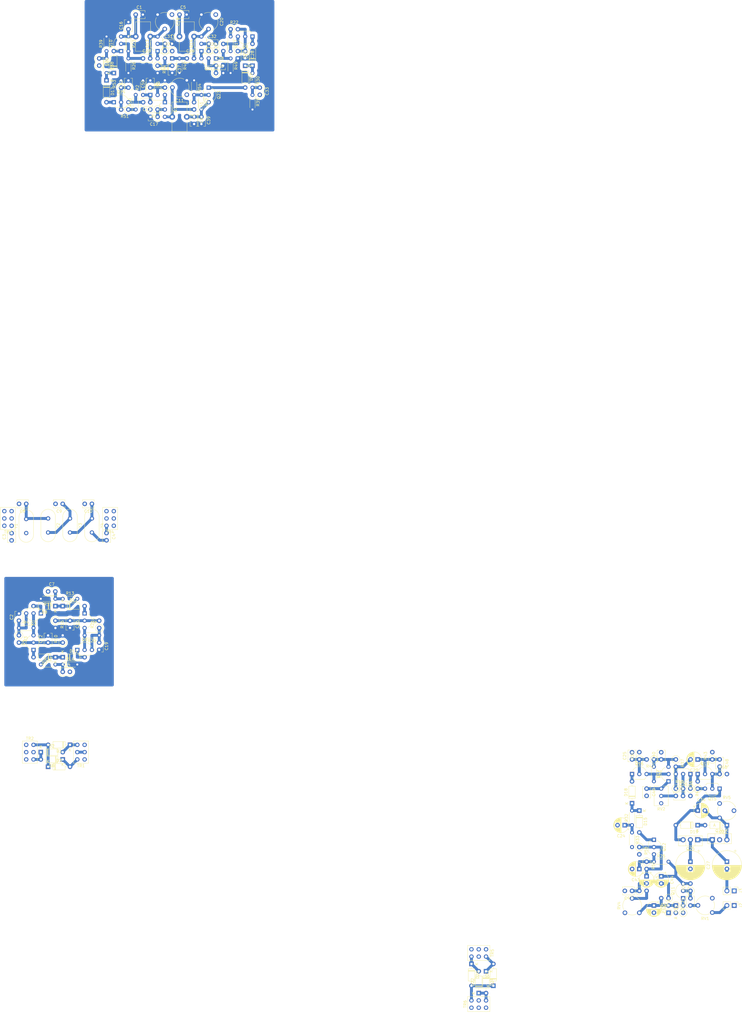
<source format=kicad_pcb>
(kicad_pcb (version 20171130) (host pcbnew 5.1.9+dfsg1-1)
  (layers (0 F.Cu signal) (31 B.Cu signal) (35 F.Paste user hide) (37 F.SilkS user hide) (39 F.Mask user hide) (44 Edge.Cuts user))
  (net 0 "")
  (net 1 +RX)
  (net 2 GND)
  (net 3 "Net-(C3-Pad1)")
  (net 4 "Net-(C3-Pad2)")
  (net 5 "Net-(C4-Pad1)")
  (net 6 "Net-(C4-Pad2)")
  (net 7 "Net-(C7-Pad1)")
  (net 8 "Net-(C7-Pad2)")
  (net 9 "Net-(C8-Pad1)")
  (net 10 "Net-(C9-Pad1)")
  (net 11 "Net-(C10-Pad1)")
  (net 12 "Net-(C12-Pad1)")
  (net 13 "Net-(C14-Pad1)")
  (net 14 "Net-(C14-Pad2)")
  (net 15 "Net-(C15-Pad1)")
  (net 16 +TX)
  (net 17 "Net-(C21-Pad2)")
  (net 18 "Net-(C21-Pad1)")
  (net 19 "Net-(C23-Pad1)")
  (net 20 "Net-(C24-Pad1)")
  (net 21 "Net-(C24-Pad2)")
  (net 22 "Net-(C25-Pad1)")
  (net 23 "Net-(C28-Pad1)")
  (net 24 "Net-(C29-Pad2)")
  (net 25 "Net-(C29-Pad1)")
  (net 26 "Net-(C30-Pad1)")
  (net 27 "Net-(C30-Pad2)")
  (net 28 "Net-(C31-Pad1)")
  (net 29 "Net-(C32-Pad1)")
  (net 30 "Net-(C33-Pad2)")
  (net 31 "Net-(C34-Pad1)")
  (net 32 "Net-(C34-Pad2)")
  (net 33 "Net-(C35-Pad2)")
  (net 34 "Net-(C35-Pad1)")
  (net 35 "Net-(D1-Pad2)")
  (net 36 "Net-(D1-Pad1)")
  (net 37 "Net-(D2-Pad1)")
  (net 38 "Net-(D3-Pad2)")
  (net 39 "Net-(D7-Pad2)")
  (net 40 "Net-(D11-Pad1)")
  (net 41 "Net-(D12-Pad1)")
  (net 42 "Net-(D8-Pad2)")
  (net 43 "Net-(D11-Pad2)")
  (net 44 "Net-(D12-Pad2)")
  (net 45 "Net-(D13-Pad2)")
  (net 46 "Net-(D13-Pad1)")
  (net 47 "Net-(D14-Pad2)")
  (net 48 "Net-(D15-Pad2)")
  (net 49 "Net-(D15-Pad1)")
  (net 50 "Net-(D16-Pad2)")
  (net 51 "Net-(D17-Pad2)")
  (net 52 "Net-(D18-Pad2)")
  (net 53 "Net-(D19-Pad1)")
  (net 54 "Net-(D20-Pad1)")
  (net 55 "Net-(D20-Pad2)")
  (net 56 "Net-(D22-Pad1)")
  (net 57 "Net-(D23-Pad2)")
  (net 58 "Net-(J2-Pad2)")
  (net 59 "Net-(Q3-Pad2)")
  (net 60 "Net-(Q7-Pad3)")
  (net 61 "Net-(Q11-Pad1)")
  (net 62 "Net-(Q16-Pad3)")
  (net 63 "Net-(Q19-Pad1)")
  (net 64 "Net-(Q20-Pad1)")
  (net 65 "Net-(C18-Pad2)")
  (net 66 "Net-(C20-Pad2)")
  (net 67 "Net-(C22-Pad2)")
  (net 68 "Net-(C22-Pad1)")
  (net 69 "Net-(C26-Pad1)")
  (net 70 "Net-(C33-Pad1)")
  (net 71 "Net-(C36-Pad2)")
  (net 72 "Net-(C36-Pad1)")
  (net 73 "Net-(C37-Pad1)")
  (net 74 "Net-(C38-Pad1)")
  (net 75 "Net-(C41-Pad1)")
  (net 76 "Net-(C42-Pad1)")
  (net 77 "Net-(C44-Pad2)")
  (net 78 "Net-(C44-Pad1)")
  (net 79 "Net-(C45-Pad2)")
  (net 80 "Net-(C45-Pad1)")
  (net 81 "Net-(C46-Pad1)")
  (net 82 "Net-(C48-Pad2)")
  (net 83 "Net-(C49-Pad1)")
  (net 84 "Net-(D14-Pad1)")
  (net 85 "Net-(J1-Pad1)")
  (net 86 "Net-(Q13-Pad1)")
  (net 87 "Net-(Q14-Pad1)")
  (net 88 IFGain)
  (net 89 "Net-(R57-Pad2)")
  (net 90 "Net-(C11-Pad2)")
  (net 91 "Net-(C13-Pad2)")
  (net 92 "Net-(C13-Pad1)")
  (net 93 "Net-(C17-Pad1)")
  (net 94 "Net-(C50-Pad1)")
  (net 95 "Net-(Q1-Pad1)")
  (module Capacitor_THT:C_Disc_D3.8mm_W2.6mm_P2.50mm (layer F.Cu) (at 83.82 -109.22)
    (fp_text reference C31 (at 1.25 -2.55) (layer F.SilkS))
    (fp_text value 100n)
    (pad 2 thru_hole circle (at 2.5 0) (size 1.6 1.6) (drill 0.8) (layers *.Cu *.Mask) (net 2 GND))
    (pad 1 thru_hole circle (at 0 0) (size 1.6 1.6) (drill 0.8) (layers *.Cu *.Mask) (net 28 "Net-(C31-Pad1)"))
  )
  (module Resistor_THT:R_Axial_DIN0207_L6.3mm_D2.5mm_P2.54mm_Vertical (layer F.Cu) (at 83.82 -93.98 90)
    (fp_text reference R5 (at 1.27 -2.37 90) (layer F.SilkS))
    (fp_text value 330)
    (pad 2 thru_hole oval (at 2.54 0 90) (size 1.6 1.6) (drill 0.8) (layers *.Cu *.Mask) (net 2 GND))
    (pad 1 thru_hole circle (at 0 0 90) (size 1.6 1.6) (drill 0.8) (layers *.Cu *.Mask) (net 94 "Net-(C50-Pad1)"))
  )
  (module Resistor_THT:R_Axial_DIN0204_L3.6mm_D1.6mm_P5.08mm_Horizontal (layer F.Cu) (at 76.2 -91.44 90)
    (fp_text reference R2 (at 2.54 -1.92 90) (layer F.SilkS))
    (fp_text value 1M)
    (pad 2 thru_hole oval (at 5.08 0 90) (size 1.4 1.4) (drill 0.7) (layers *.Cu *.Mask) (net 2 GND))
    (pad 1 thru_hole circle (at 0 0 90) (size 1.4 1.4) (drill 0.7) (layers *.Cu *.Mask) (net 92 "Net-(C13-Pad1)"))
  )
  (module Resistor_THT:R_Axial_DIN0207_L6.3mm_D2.5mm_P2.54mm_Vertical (layer F.Cu) (at 81.28 -86.36 180)
    (fp_text reference R1 (at 1.27 -2.37) (layer F.SilkS))
    (fp_text value 10k)
    (pad 2 thru_hole oval (at 2.54 0 180) (size 1.6 1.6) (drill 0.8) (layers *.Cu *.Mask))
    (pad 1 thru_hole circle (at 0 0 180) (size 1.6 1.6) (drill 0.8) (layers *.Cu *.Mask) (net 93 "Net-(C17-Pad1)"))
  )
  (module Package_TO_SOT_THT:TO-92_Inline_Wide (layer F.Cu) (at 78.74 -91.44)
    (fp_text reference Q2 (at 2.54 -3.56) (layer F.SilkS))
    (fp_text value BF245A)
    (pad 1 thru_hole rect (at 0 0) (size 1.5 1.5) (drill 0.8) (layers *.Cu *.Mask) (net 92 "Net-(C13-Pad1)"))
    (pad 3 thru_hole circle (at 5.08 0) (size 1.5 1.5) (drill 0.8) (layers *.Cu *.Mask) (net 95 "Net-(Q1-Pad1)"))
    (pad 2 thru_hole circle (at 2.54 0) (size 1.5 1.5) (drill 0.8) (layers *.Cu *.Mask) (net 94 "Net-(C50-Pad1)"))
  )
  (module Package_TO_SOT_THT:TO-92_Inline_Wide (layer F.Cu) (at 83.82 -88.9 270)
    (fp_text reference Q1 (at 2.54 -3.56 90) (layer F.SilkS))
    (fp_text value 2N3904)
    (pad 1 thru_hole rect (at 0 0 270) (size 1.5 1.5) (drill 0.8) (layers *.Cu *.Mask) (net 95 "Net-(Q1-Pad1)"))
    (pad 3 thru_hole circle (at 5.08 0 270) (size 1.5 1.5) (drill 0.8) (layers *.Cu *.Mask) (net 90 "Net-(C11-Pad2)"))
    (pad 2 thru_hole circle (at 2.54 0 270) (size 1.5 1.5) (drill 0.8) (layers *.Cu *.Mask) (net 93 "Net-(C17-Pad1)"))
  )
  (module Inductor_THT:L_Toroid_Vertical_L10.0mm_W5.0mm_P5.08mm (layer F.Cu) (at 91.44 -83.82 270)
    (fp_text reference L3 (at 0 -2.25 90) (layer F.SilkS))
    (fp_text value L)
    (pad 2 thru_hole circle (at 0 5.08 270) (size 2 2) (drill 1) (layers *.Cu *.Mask) (net 90 "Net-(C11-Pad2)"))
    (pad 1 thru_hole circle (at 0 0 270) (size 2 2) (drill 1) (layers *.Cu *.Mask) (net 16 +TX))
  )
  (module Capacitor_THT:C_Disc_D3.8mm_W2.6mm_P2.50mm (layer F.Cu) (at 78.74 -93.98 90)
    (fp_text reference C50 (at 1.25 -2.55 90) (layer F.SilkS))
    (fp_text value 100n)
    (pad 2 thru_hole circle (at 2.5 0 90) (size 1.6 1.6) (drill 0.8) (layers *.Cu *.Mask) (net 2 GND))
    (pad 1 thru_hole circle (at 0 0 90) (size 1.6 1.6) (drill 0.8) (layers *.Cu *.Mask) (net 94 "Net-(C50-Pad1)"))
  )
  (module Capacitor_THT:C_Disc_D3.8mm_W2.6mm_P2.50mm (layer F.Cu) (at 81.28 -83.82 180)
    (fp_text reference C17 (at 1.25 -2.55) (layer F.SilkS))
    (fp_text value 100n)
    (pad 2 thru_hole circle (at 2.5 0 180) (size 1.6 1.6) (drill 0.8) (layers *.Cu *.Mask) (net 2 GND))
    (pad 1 thru_hole circle (at 0 0 180) (size 1.6 1.6) (drill 0.8) (layers *.Cu *.Mask) (net 93 "Net-(C17-Pad1)"))
  )
  (module Capacitor_THT:C_Disc_D3.8mm_W2.6mm_P2.50mm (layer F.Cu) (at 78.74 -88.9 180)
    (fp_text reference C13 (at 1.25 -2.55) (layer F.SilkS))
    (fp_text value 100n)
    (pad 2 thru_hole circle (at 2.5 0 180) (size 1.6 1.6) (drill 0.8) (layers *.Cu *.Mask) (net 91 "Net-(C13-Pad2)"))
    (pad 1 thru_hole circle (at 0 0 180) (size 1.6 1.6) (drill 0.8) (layers *.Cu *.Mask) (net 92 "Net-(C13-Pad1)"))
  )
  (module Potentiometer_THT:Potentiometer_Piher_PT-6-V_Vertical (layer F.Cu) (at 91.44 -96.52 180)
    (fp_text reference C11 (at 2.5 -7.06) (layer F.SilkS))
    (fp_text value CTRIM)
    (pad 1 thru_hole circle (at 0 0 180) (size 1.62 1.62) (drill 0.9) (layers *.Cu *.Mask) (net 2 GND))
    (pad 2 thru_hole circle (at 5 -2.5 180) (size 1.62 1.62) (drill 0.9) (layers *.Cu *.Mask) (net 90 "Net-(C11-Pad2)"))
    (pad 3 thru_hole circle (at 0 -5 180) (size 1.62 1.62) (drill 0.9) (layers *.Cu *.Mask))
  )
  (module Capacitor_THT:C_Disc_D3.8mm_W2.6mm_P2.50mm (layer F.Cu) (at 93.98 -83.82 270)
    (fp_text reference C6 (at 1.25 -2.55 90) (layer F.SilkS))
    (fp_text value 100n)
    (pad 2 thru_hole circle (at 2.5 0 270) (size 1.6 1.6) (drill 0.8) (layers *.Cu *.Mask) (net 2 GND))
    (pad 1 thru_hole circle (at 0 0 270) (size 1.6 1.6) (drill 0.8) (layers *.Cu *.Mask) (net 16 +TX))
  )
  (module Diode_THT:D_DO-35_SOD27_P7.62mm_Horizontal (layer F.Cu) (at 279.4 162.56 180)
    (fp_text reference D21 (at 1.27 -2.326371) (layer F.SilkS))
    (fp_text value 1N4148)
    (fp_text user A (at 4.34 0) (layer F.SilkS))
    (fp_text user K (at 0 -1.8) (layer F.SilkS))
    (pad 2 thru_hole oval (at 7.62 0 180) (size 1.6 1.6) (drill 0.8) (layers *.Cu *.Mask) (net 53 "Net-(D19-Pad1)"))
    (pad 1 thru_hole rect (at 0 0 180) (size 1.6 1.6) (drill 0.8) (layers *.Cu *.Mask) (net 32 "Net-(C34-Pad2)"))
  )
  (module Diode_THT:D_DO-35_SOD27_P7.62mm_Horizontal (layer F.Cu) (at 269.24 162.56 180)
    (fp_text reference D19 (at 1.27 -2.326371) (layer F.SilkS))
    (fp_text value 1N4148)
    (fp_text user K (at 0 -1.8) (layer F.SilkS))
    (pad 2 thru_hole oval (at 7.62 0 180) (size 1.6 1.6) (drill 0.8) (layers *.Cu *.Mask) (net 31 "Net-(C34-Pad1)"))
    (pad 1 thru_hole rect (at 0 0 180) (size 1.6 1.6) (drill 0.8) (layers *.Cu *.Mask) (net 53 "Net-(D19-Pad1)"))
  )
  (module Package_TO_SOT_THT:TO-92_Inline_Wide (layer F.Cu) (at 266.7 144.78 180)
    (fp_text reference Q20 (at 2.54 -3.56) (layer F.SilkS))
    (fp_text value 2N3904)
    (pad 1 thru_hole rect (at 0 0 270) (size 1.5 1.5) (drill 0.8) (layers *.Cu *.Mask) (net 64 "Net-(Q20-Pad1)"))
    (pad 3 thru_hole circle (at 5.08 0 270) (size 1.5 1.5) (drill 0.8) (layers *.Cu *.Mask) (net 24 "Net-(C29-Pad2)"))
    (pad 2 thru_hole circle (at 2.54 0 270) (size 1.5 1.5) (drill 0.8) (layers *.Cu *.Mask) (net 33 "Net-(C35-Pad2)"))
  )
  (module Capacitor_THT:CP_Radial_D10.0mm_P2.50mm (layer F.Cu) (at 266.7 175.26 270)
    (fp_text reference C27 (at 1.25 -6.25 90) (layer F.SilkS))
    (fp_text value 470u)
    (pad 2 thru_hole circle (at 2.5 0 270) (size 1.6 1.6) (drill 0.8) (layers *.Cu *.Mask) (net 2 GND))
    (pad 1 thru_hole rect (at 0 0 270) (size 1.6 1.6) (drill 0.8) (layers *.Cu *.Mask) (net 1 +RX))
  )
  (module Capacitor_THT:CP_Radial_D10.0mm_P2.50mm (layer F.Cu) (at 279.4 175.26 270)
    (fp_text reference C30 (at 1.25 -6.25 90) (layer F.SilkS))
    (fp_text value 220u)
    (pad 1 thru_hole rect (at 0 0 270) (size 1.6 1.6) (drill 0.8) (layers *.Cu *.Mask) (net 26 "Net-(C30-Pad1)"))
    (pad 2 thru_hole circle (at 2.5 0 270) (size 1.6 1.6) (drill 0.8) (layers *.Cu *.Mask) (net 27 "Net-(C30-Pad2)"))
  )
  (module Connector_PinHeader_2.54mm:PinHeader_1x02_P2.54mm_Vertical (layer F.Cu) (at 281.94 185.42 270)
    (fp_text reference J3 (at 0 -2.33 90) (layer F.SilkS))
    (fp_text value "AF Out")
    (pad 1 thru_hole rect (at 0 0 270) (size 1.7 1.7) (drill 1) (layers *.Cu *.Mask) (net 2 GND))
    (pad 2 thru_hole oval (at 0 2.54 270) (size 1.7 1.7) (drill 1) (layers *.Cu *.Mask) (net 27 "Net-(C30-Pad2)"))
  )
  (module Capacitor_THT:C_Disc_D3.8mm_W2.6mm_P2.50mm (layer F.Cu) (at 88.9 -119.38)
    (fp_text reference C5 (at 1.25 -2.55) (layer F.SilkS))
    (fp_text value 100n)
    (pad 2 thru_hole circle (at 2.5 0) (size 1.6 1.6) (drill 0.8) (layers *.Cu *.Mask) (net 2 GND))
    (pad 1 thru_hole circle (at 0 0) (size 1.6 1.6) (drill 0.8) (layers *.Cu *.Mask) (net 1 +RX))
  )
  (module Capacitor_THT:C_Disc_D3.8mm_W2.6mm_P2.50mm (layer F.Cu) (at 73.66 -119.38)
    (fp_text reference C1 (at 1.25 -2.55) (layer F.SilkS))
    (fp_text value 100n)
    (pad 2 thru_hole circle (at 2.5 0) (size 1.6 1.6) (drill 0.8) (layers *.Cu *.Mask) (net 2 GND))
    (pad 1 thru_hole circle (at 0 0) (size 1.6 1.6) (drill 0.8) (layers *.Cu *.Mask) (net 1 +RX))
  )
  (module Package_TO_SOT_THT:TO-92_Inline_Wide (layer F.Cu) (at 101.6 -104.14 180)
    (fp_text reference Q21 (at 2.54 -3.56) (layer F.SilkS))
    (fp_text value BF245A)
    (pad 1 thru_hole rect (at 0 0 180) (size 1.5 1.5) (drill 0.8) (layers *.Cu *.Mask) (net 68 "Net-(C22-Pad1)"))
    (pad 3 thru_hole circle (at 5.08 0 180) (size 1.5 1.5) (drill 0.8) (layers *.Cu *.Mask) (net 87 "Net-(Q14-Pad1)"))
    (pad 2 thru_hole circle (at 2.54 0 180) (size 1.5 1.5) (drill 0.8) (layers *.Cu *.Mask) (net 74 "Net-(C38-Pad1)"))
  )
  (module Package_TO_SOT_THT:TO-92_Inline_Wide (layer F.Cu) (at 86.36 -104.14 180)
    (fp_text reference Q18 (at 2.54 -3.56) (layer F.SilkS))
    (fp_text value BF245A)
    (pad 1 thru_hole rect (at 0 0 180) (size 1.5 1.5) (drill 0.8) (layers *.Cu *.Mask) (net 69 "Net-(C26-Pad1)"))
    (pad 3 thru_hole circle (at 5.08 0 180) (size 1.5 1.5) (drill 0.8) (layers *.Cu *.Mask) (net 86 "Net-(Q13-Pad1)"))
    (pad 2 thru_hole circle (at 2.54 0 180) (size 1.5 1.5) (drill 0.8) (layers *.Cu *.Mask) (net 73 "Net-(C37-Pad1)"))
  )
  (module Package_TO_SOT_THT:TO-92_Inline_Wide (layer F.Cu) (at 96.52 -106.68 90)
    (fp_text reference Q14 (at 2.54 -3.56 90) (layer F.SilkS))
    (fp_text value 2N3904)
    (pad 1 thru_hole rect (at 0 0 90) (size 1.5 1.5) (drill 0.8) (layers *.Cu *.Mask) (net 87 "Net-(Q14-Pad1)"))
    (pad 3 thru_hole circle (at 5.08 0 90) (size 1.5 1.5) (drill 0.8) (layers *.Cu *.Mask) (net 66 "Net-(C20-Pad2)"))
    (pad 2 thru_hole circle (at 2.54 0 90) (size 1.5 1.5) (drill 0.8) (layers *.Cu *.Mask) (net 29 "Net-(C32-Pad1)"))
  )
  (module Package_TO_SOT_THT:TO-92_Inline_Wide (layer F.Cu) (at 81.28 -106.68 90)
    (fp_text reference Q13 (at 2.54 -3.56 90) (layer F.SilkS))
    (fp_text value 2N3904)
    (pad 1 thru_hole rect (at 0 0 90) (size 1.5 1.5) (drill 0.8) (layers *.Cu *.Mask) (net 86 "Net-(Q13-Pad1)"))
    (pad 3 thru_hole circle (at 5.08 0 90) (size 1.5 1.5) (drill 0.8) (layers *.Cu *.Mask) (net 65 "Net-(C18-Pad2)"))
    (pad 2 thru_hole circle (at 2.54 0 90) (size 1.5 1.5) (drill 0.8) (layers *.Cu *.Mask) (net 28 "Net-(C31-Pad1)"))
  )
  (module Capacitor_THT:C_Disc_D3.8mm_W2.6mm_P2.50mm (layer F.Cu) (at 33.02 91.44 90)
    (fp_text reference C2 (at 1.25 -2.55 90) (layer F.SilkS))
    (fp_text value 100n)
    (pad 2 thru_hole circle (at 2.5 0 90) (size 1.6 1.6) (drill 0.8) (layers *.Cu *.Mask) (net 2 GND))
    (pad 1 thru_hole circle (at 0 0 90) (size 1.6 1.6) (drill 0.8) (layers *.Cu *.Mask) (net 1 +RX))
  )
  (module Potentiometer_THT:Potentiometer_Piher_PT-6-V_Vertical (layer F.Cu) (at 276.86 160.02)
    (fp_text reference RV5 (at 2.5 -7.06) (layer F.SilkS))
    (fp_text value 5k)
    (pad 1 thru_hole circle (at 0 0) (size 1.62 1.62) (drill 0.9) (layers *.Cu *.Mask) (net 32 "Net-(C34-Pad2)"))
    (pad 2 thru_hole circle (at 5 -2.5) (size 1.62 1.62) (drill 0.9) (layers *.Cu *.Mask) (net 2 GND))
    (pad 3 thru_hole circle (at 0 -5) (size 1.62 1.62) (drill 0.9) (layers *.Cu *.Mask) (net 2 GND))
  )
  (module Potentiometer_THT:Potentiometer_Piher_PT-6-V_Vertical (layer F.Cu) (at 248.92 193.04 90)
    (fp_text reference RV4 (at 2.5 -7.06 90) (layer F.SilkS))
    (fp_text value R_POT)
    (pad 1 thru_hole circle (at 0 0 90) (size 1.62 1.62) (drill 0.9) (layers *.Cu *.Mask) (net 81 "Net-(C46-Pad1)"))
    (pad 2 thru_hole circle (at 5 -2.5 90) (size 1.62 1.62) (drill 0.9) (layers *.Cu *.Mask) (net 89 "Net-(R57-Pad2)"))
    (pad 3 thru_hole circle (at 0 -5 90) (size 1.62 1.62) (drill 0.9) (layers *.Cu *.Mask) (net 2 GND))
  )
  (module Resistor_THT:R_Axial_DIN0207_L6.3mm_D2.5mm_P2.54mm_Vertical (layer F.Cu) (at 248.92 170.18 270)
    (fp_text reference R58 (at 1.27 -2.37 90) (layer F.SilkS))
    (fp_text value R)
    (pad 2 thru_hole oval (at 2.54 0 270) (size 1.6 1.6) (drill 0.8) (layers *.Cu *.Mask) (net 2 GND))
    (pad 1 thru_hole circle (at 0 0 270) (size 1.6 1.6) (drill 0.8) (layers *.Cu *.Mask) (net 80 "Net-(C45-Pad1)"))
  )
  (module Resistor_THT:R_Axial_DIN0207_L6.3mm_D2.5mm_P2.54mm_Vertical (layer F.Cu) (at 248.92 185.42)
    (fp_text reference R57 (at 1.27 -2.37) (layer F.SilkS))
    (fp_text value R)
    (pad 2 thru_hole oval (at 2.54 0) (size 1.6 1.6) (drill 0.8) (layers *.Cu *.Mask) (net 89 "Net-(R57-Pad2)"))
    (pad 1 thru_hole circle (at 0 0) (size 1.6 1.6) (drill 0.8) (layers *.Cu *.Mask) (net 79 "Net-(C45-Pad2)"))
  )
  (module Resistor_THT:R_Axial_DIN0207_L6.3mm_D2.5mm_P2.54mm_Vertical (layer F.Cu) (at 259.08 187.96 180)
    (fp_text reference R56 (at 1.27 -2.37) (layer F.SilkS))
    (fp_text value R)
    (pad 2 thru_hole oval (at 2.54 0 180) (size 1.6 1.6) (drill 0.8) (layers *.Cu *.Mask) (net 81 "Net-(C46-Pad1)"))
    (pad 1 thru_hole circle (at 0 0 180) (size 1.6 1.6) (drill 0.8) (layers *.Cu *.Mask) (net 77 "Net-(C44-Pad2)"))
  )
  (module Resistor_THT:R_Axial_DIN0207_L6.3mm_D2.5mm_P2.54mm_Vertical (layer F.Cu) (at 251.46 175.26 270)
    (fp_text reference R55 (at 1.27 -2.37 90) (layer F.SilkS))
    (fp_text value R)
    (pad 2 thru_hole oval (at 2.54 0 270) (size 1.6 1.6) (drill 0.8) (layers *.Cu *.Mask) (net 80 "Net-(C45-Pad1)"))
    (pad 1 thru_hole circle (at 0 0 270) (size 1.6 1.6) (drill 0.8) (layers *.Cu *.Mask) (net 16 +TX))
  )
  (module Resistor_THT:R_Axial_DIN0204_L3.6mm_D1.6mm_P5.08mm_Horizontal (layer F.Cu) (at 93.98 -96.52 270)
    (fp_text reference R54 (at 2.54 -1.92 90) (layer F.SilkS))
    (fp_text value R)
    (pad 2 thru_hole oval (at 5.08 0 270) (size 1.4 1.4) (drill 0.7) (layers *.Cu *.Mask) (net 75 "Net-(C41-Pad1)"))
    (pad 1 thru_hole circle (at 0 0 270) (size 1.4 1.4) (drill 0.7) (layers *.Cu *.Mask) (net 2 GND))
  )
  (module Resistor_THT:R_Axial_DIN0207_L6.3mm_D2.5mm_P2.54mm_Vertical (layer F.Cu) (at 68.58 -93.98 90)
    (fp_text reference R53 (at 1.27 -2.37 90) (layer F.SilkS))
    (fp_text value 56k)
    (pad 2 thru_hole oval (at 2.54 0 90) (size 1.6 1.6) (drill 0.8) (layers *.Cu *.Mask) (net 2 GND))
    (pad 1 thru_hole circle (at 0 0 90) (size 1.6 1.6) (drill 0.8) (layers *.Cu *.Mask) (net 76 "Net-(C42-Pad1)"))
  )
  (module Resistor_THT:R_Axial_DIN0204_L3.6mm_D1.6mm_P5.08mm_Horizontal (layer F.Cu) (at 96.52 -91.44 270)
    (fp_text reference R52 (at 2.54 -1.92 90) (layer F.SilkS))
    (fp_text value R)
    (pad 2 thru_hole oval (at 5.08 0 270) (size 1.4 1.4) (drill 0.7) (layers *.Cu *.Mask) (net 16 +TX))
    (pad 1 thru_hole circle (at 0 0 270) (size 1.4 1.4) (drill 0.7) (layers *.Cu *.Mask) (net 75 "Net-(C41-Pad1)"))
  )
  (module Resistor_THT:R_Axial_DIN0207_L6.3mm_D2.5mm_P2.54mm_Vertical (layer F.Cu) (at 71.12 -86.36 180)
    (fp_text reference R51 (at 1.27 -2.37) (layer F.SilkS))
    (fp_text value 150k)
    (pad 2 thru_hole oval (at 2.54 0 180) (size 1.6 1.6) (drill 0.8) (layers *.Cu *.Mask) (net 76 "Net-(C42-Pad1)"))
    (pad 1 thru_hole circle (at 0 0 180) (size 1.6 1.6) (drill 0.8) (layers *.Cu *.Mask) (net 16 +TX))
  )
  (module Resistor_THT:R_Axial_DIN0204_L3.6mm_D1.6mm_P5.08mm_Horizontal (layer F.Cu) (at 73.66 -86.36 90)
    (fp_text reference R50 (at 2.54 -1.92 90) (layer F.SilkS))
    (fp_text value 680)
    (pad 2 thru_hole oval (at 5.08 0 90) (size 1.4 1.4) (drill 0.7) (layers *.Cu *.Mask) (net 91 "Net-(C13-Pad2)"))
    (pad 1 thru_hole circle (at 0 0 90) (size 1.4 1.4) (drill 0.7) (layers *.Cu *.Mask) (net 16 +TX))
  )
  (module Resistor_THT:R_Axial_DIN0204_L3.6mm_D1.6mm_P5.08mm_Horizontal (layer F.Cu) (at 106.68 -104.14 270)
    (fp_text reference R49 (at 2.54 -1.92 90) (layer F.SilkS))
    (fp_text value 1M)
    (pad 2 thru_hole oval (at 5.08 0 270) (size 1.4 1.4) (drill 0.7) (layers *.Cu *.Mask) (net 2 GND))
    (pad 1 thru_hole circle (at 0 0 270) (size 1.4 1.4) (drill 0.7) (layers *.Cu *.Mask) (net 68 "Net-(C22-Pad1)"))
  )
  (module Resistor_THT:R_Axial_DIN0207_L6.3mm_D2.5mm_P2.54mm_Vertical (layer F.Cu) (at 101.6 -99.06)
    (fp_text reference R48 (at 1.27 -2.37) (layer F.SilkS))
    (fp_text value 330)
    (pad 2 thru_hole oval (at 2.54 0) (size 1.6 1.6) (drill 0.8) (layers *.Cu *.Mask) (net 2 GND))
    (pad 1 thru_hole circle (at 0 0) (size 1.6 1.6) (drill 0.8) (layers *.Cu *.Mask) (net 74 "Net-(C38-Pad1)"))
  )
  (module Resistor_THT:R_Axial_DIN0204_L3.6mm_D1.6mm_P5.08mm_Horizontal (layer F.Cu) (at 88.9 -104.14 270)
    (fp_text reference R45 (at 2.54 -1.92 90) (layer F.SilkS))
    (fp_text value 1M)
    (pad 2 thru_hole oval (at 5.08 0 270) (size 1.4 1.4) (drill 0.7) (layers *.Cu *.Mask) (net 2 GND))
    (pad 1 thru_hole circle (at 0 0 270) (size 1.4 1.4) (drill 0.7) (layers *.Cu *.Mask) (net 69 "Net-(C26-Pad1)"))
  )
  (module Resistor_THT:R_Axial_DIN0207_L6.3mm_D2.5mm_P2.54mm_Vertical (layer F.Cu) (at 81.28 -101.6 270)
    (fp_text reference R44 (at 1.27 -2.37 90) (layer F.SilkS))
    (fp_text value 330)
    (pad 2 thru_hole oval (at 2.54 0 270) (size 1.6 1.6) (drill 0.8) (layers *.Cu *.Mask) (net 2 GND))
    (pad 1 thru_hole circle (at 0 0 270) (size 1.6 1.6) (drill 0.8) (layers *.Cu *.Mask) (net 73 "Net-(C37-Pad1)"))
  )
  (module Resistor_THT:R_Axial_DIN0204_L3.6mm_D1.6mm_P5.08mm_Horizontal (layer F.Cu) (at 63.5 -106.68 90)
    (fp_text reference R39 (at 2.54 -1.92 90) (layer F.SilkS))
    (fp_text value 390)
    (pad 2 thru_hole oval (at 5.08 0 90) (size 1.4 1.4) (drill 0.7) (layers *.Cu *.Mask) (net 2 GND))
    (pad 1 thru_hole circle (at 0 0 90) (size 1.4 1.4) (drill 0.7) (layers *.Cu *.Mask) (net 72 "Net-(C36-Pad1)"))
  )
  (module Resistor_THT:R_Axial_DIN0204_L3.6mm_D1.6mm_P5.08mm_Horizontal (layer F.Cu) (at 63.5 -104.14 270)
    (fp_text reference R38 (at 2.54 -1.92 90) (layer F.SilkS))
    (fp_text value 47)
    (pad 2 thru_hole oval (at 5.08 0 270) (size 1.4 1.4) (drill 0.7) (layers *.Cu *.Mask) (net 84 "Net-(D14-Pad1)"))
    (pad 1 thru_hole circle (at 0 0 270) (size 1.4 1.4) (drill 0.7) (layers *.Cu *.Mask) (net 72 "Net-(C36-Pad1)"))
  )
  (module Resistor_THT:R_Axial_DIN0204_L3.6mm_D1.6mm_P5.08mm_Horizontal (layer F.Cu) (at 114.3 -91.44 270)
    (fp_text reference R35 (at 2.54 -1.92 90) (layer F.SilkS))
    (fp_text value 390)
    (pad 2 thru_hole oval (at 5.08 0 270) (size 1.4 1.4) (drill 0.7) (layers *.Cu *.Mask) (net 2 GND))
    (pad 1 thru_hole circle (at 0 0 270) (size 1.4 1.4) (drill 0.7) (layers *.Cu *.Mask) (net 70 "Net-(C33-Pad1)"))
  )
  (module Resistor_THT:R_Axial_DIN0204_L3.6mm_D1.6mm_P5.08mm_Horizontal (layer F.Cu) (at 114.3 -99.06 270)
    (fp_text reference R30 (at 2.54 -1.92 90) (layer F.SilkS))
    (fp_text value 47)
    (pad 2 thru_hole oval (at 5.08 0 270) (size 1.4 1.4) (drill 0.7) (layers *.Cu *.Mask) (net 70 "Net-(C33-Pad1)"))
    (pad 1 thru_hole circle (at 0 0 270) (size 1.4 1.4) (drill 0.7) (layers *.Cu *.Mask) (net 46 "Net-(D13-Pad1)"))
  )
  (module Resistor_THT:R_Axial_DIN0207_L6.3mm_D2.5mm_P2.54mm_Vertical (layer F.Cu) (at 109.22 -106.68 270)
    (fp_text reference R29 (at 1.27 -2.37 90) (layer F.SilkS))
    (fp_text value 56k)
    (pad 2 thru_hole oval (at 2.54 0 270) (size 1.6 1.6) (drill 0.8) (layers *.Cu *.Mask) (net 2 GND))
    (pad 1 thru_hole circle (at 0 0 270) (size 1.6 1.6) (drill 0.8) (layers *.Cu *.Mask) (net 23 "Net-(C28-Pad1)"))
  )
  (module Resistor_THT:R_Axial_DIN0207_L6.3mm_D2.5mm_P2.54mm_Vertical (layer F.Cu) (at 99.06 -106.68)
    (fp_text reference R28 (at 1.27 -2.37) (layer F.SilkS))
    (fp_text value 10k)
    (pad 2 thru_hole oval (at 2.54 0) (size 1.6 1.6) (drill 0.8) (layers *.Cu *.Mask) (net 88 IFGain))
    (pad 1 thru_hole circle (at 0 0) (size 1.6 1.6) (drill 0.8) (layers *.Cu *.Mask) (net 29 "Net-(C32-Pad1)"))
  )
  (module Resistor_THT:R_Axial_DIN0207_L6.3mm_D2.5mm_P2.54mm_Vertical (layer F.Cu) (at 83.82 -106.68)
    (fp_text reference R27 (at 1.27 -2.37) (layer F.SilkS))
    (fp_text value 10k)
    (pad 2 thru_hole oval (at 2.54 0) (size 1.6 1.6) (drill 0.8) (layers *.Cu *.Mask) (net 88 IFGain))
    (pad 1 thru_hole circle (at 0 0) (size 1.6 1.6) (drill 0.8) (layers *.Cu *.Mask) (net 28 "Net-(C31-Pad1)"))
  )
  (module Resistor_THT:R_Axial_DIN0204_L3.6mm_D1.6mm_P5.08mm_Horizontal (layer F.Cu) (at 71.12 -104.14 270)
    (fp_text reference R26 (at 2.54 -1.92 90) (layer F.SilkS))
    (fp_text value R)
    (pad 2 thru_hole oval (at 5.08 0 270) (size 1.4 1.4) (drill 0.7) (layers *.Cu *.Mask) (net 2 GND))
    (pad 1 thru_hole circle (at 0 0 270) (size 1.4 1.4) (drill 0.7) (layers *.Cu *.Mask) (net 19 "Net-(C23-Pad1)"))
  )
  (module Resistor_THT:R_Axial_DIN0204_L3.6mm_D1.6mm_P5.08mm_Horizontal (layer F.Cu) (at 71.12 -111.76 270)
    (fp_text reference R23 (at 2.54 -1.92 90) (layer F.SilkS))
    (fp_text value R)
    (pad 2 thru_hole oval (at 5.08 0 270) (size 1.4 1.4) (drill 0.7) (layers *.Cu *.Mask) (net 19 "Net-(C23-Pad1)"))
    (pad 1 thru_hole circle (at 0 0 270) (size 1.4 1.4) (drill 0.7) (layers *.Cu *.Mask) (net 1 +RX))
  )
  (module Resistor_THT:R_Axial_DIN0207_L6.3mm_D2.5mm_P2.54mm_Vertical (layer F.Cu) (at 106.68 -114.3)
    (fp_text reference R22 (at 1.27 -2.37) (layer F.SilkS))
    (fp_text value 150k)
    (pad 2 thru_hole oval (at 2.54 0) (size 1.6 1.6) (drill 0.8) (layers *.Cu *.Mask) (net 23 "Net-(C28-Pad1)"))
    (pad 1 thru_hole circle (at 0 0) (size 1.6 1.6) (drill 0.8) (layers *.Cu *.Mask) (net 1 +RX))
  )
  (module Resistor_THT:R_Axial_DIN0204_L3.6mm_D1.6mm_P5.08mm_Horizontal (layer F.Cu) (at 106.68 -111.76 270)
    (fp_text reference R17 (at 2.54 -1.92 90) (layer F.SilkS))
    (fp_text value 680)
    (pad 2 thru_hole oval (at 5.08 0 270) (size 1.4 1.4) (drill 0.7) (layers *.Cu *.Mask) (net 67 "Net-(C22-Pad2)"))
    (pad 1 thru_hole circle (at 0 0 270) (size 1.4 1.4) (drill 0.7) (layers *.Cu *.Mask) (net 1 +RX))
  )
  (module Package_TO_SOT_THT:TO-126-3_Vertical (layer F.Cu) (at 274.32 167.64)
    (fp_text reference Q26 (at 2.54 -3.12) (layer F.SilkS))
    (fp_text value BD140)
    (pad 3 thru_hole oval (at 5.08 0) (size 1.8 1.8) (drill 1) (layers *.Cu *.Mask) (net 32 "Net-(C34-Pad2)"))
    (pad 2 thru_hole oval (at 2.54 0) (size 1.8 1.8) (drill 1) (layers *.Cu *.Mask) (net 2 GND))
    (pad 1 thru_hole rect (at 0 0) (size 1.8 1.8) (drill 1) (layers *.Cu *.Mask) (net 26 "Net-(C30-Pad1)"))
  )
  (module Package_TO_SOT_THT:TO-126-3_Vertical (layer F.Cu) (at 269.24 167.64 180)
    (fp_text reference Q25 (at 2.54 -3.12) (layer F.SilkS))
    (fp_text value BD139)
    (pad 3 thru_hole oval (at 5.08 0 180) (size 1.8 1.8) (drill 1) (layers *.Cu *.Mask) (net 31 "Net-(C34-Pad1)"))
    (pad 2 thru_hole oval (at 2.54 0 180) (size 1.8 1.8) (drill 1) (layers *.Cu *.Mask) (net 1 +RX))
    (pad 1 thru_hole rect (at 0 0 180) (size 1.8 1.8) (drill 1) (layers *.Cu *.Mask) (net 26 "Net-(C30-Pad1)"))
  )
  (module Package_TO_SOT_THT:TO-92_Inline_Wide (layer F.Cu) (at 66.04 -88.9)
    (fp_text reference Q24 (at 2.54 -3.56) (layer F.SilkS))
    (fp_text value 2N3904)
    (pad 1 thru_hole rect (at 0 0) (size 1.5 1.5) (drill 0.8) (layers *.Cu *.Mask) (net 51 "Net-(D17-Pad2)"))
    (pad 3 thru_hole circle (at 5.08 0) (size 1.5 1.5) (drill 0.8) (layers *.Cu *.Mask) (net 91 "Net-(C13-Pad2)"))
    (pad 2 thru_hole circle (at 2.54 0) (size 1.5 1.5) (drill 0.8) (layers *.Cu *.Mask) (net 76 "Net-(C42-Pad1)"))
  )
  (module Package_TO_SOT_THT:TO-92_Inline_Wide (layer F.Cu) (at 99.06 -93.98 270)
    (fp_text reference Q23 (at 2.54 -3.56 90) (layer F.SilkS))
    (fp_text value 2N3904)
    (pad 1 thru_hole rect (at 0 0 270) (size 1.5 1.5) (drill 0.8) (layers *.Cu *.Mask) (net 50 "Net-(D16-Pad2)"))
    (pad 3 thru_hole circle (at 5.08 0 270) (size 1.5 1.5) (drill 0.8) (layers *.Cu *.Mask) (net 16 +TX))
    (pad 2 thru_hole circle (at 2.54 0 270) (size 1.5 1.5) (drill 0.8) (layers *.Cu *.Mask) (net 75 "Net-(C41-Pad1)"))
  )
  (module Package_TO_SOT_THT:TO-92_Inline_Wide (layer F.Cu) (at 68.58 -106.68 90)
    (fp_text reference Q10 (at 2.54 -3.56 90) (layer F.SilkS))
    (fp_text value 2N3904)
    (pad 1 thru_hole rect (at 0 0 90) (size 1.5 1.5) (drill 0.8) (layers *.Cu *.Mask) (net 47 "Net-(D14-Pad2)"))
    (pad 3 thru_hole circle (at 5.08 0 90) (size 1.5 1.5) (drill 0.8) (layers *.Cu *.Mask) (net 1 +RX))
    (pad 2 thru_hole circle (at 2.54 0 90) (size 1.5 1.5) (drill 0.8) (layers *.Cu *.Mask) (net 19 "Net-(C23-Pad1)"))
  )
  (module Package_TO_SOT_THT:TO-92_Inline_Wide (layer F.Cu) (at 114.3 -111.76 180)
    (fp_text reference Q9 (at 2.54 -3.56) (layer F.SilkS))
    (fp_text value 2N3904)
    (pad 1 thru_hole rect (at 0 0 180) (size 1.5 1.5) (drill 0.8) (layers *.Cu *.Mask) (net 45 "Net-(D13-Pad2)"))
    (pad 3 thru_hole circle (at 5.08 0 180) (size 1.5 1.5) (drill 0.8) (layers *.Cu *.Mask) (net 67 "Net-(C22-Pad2)"))
    (pad 2 thru_hole circle (at 2.54 0 180) (size 1.5 1.5) (drill 0.8) (layers *.Cu *.Mask) (net 23 "Net-(C28-Pad1)"))
  )
  (module Inductor_THT:L_Toroid_Vertical_L10.0mm_W5.0mm_P5.08mm (layer F.Cu) (at 88.9 -111.76 90)
    (fp_text reference L2 (at 0 -2.25 90) (layer F.SilkS))
    (fp_text value L)
    (pad 2 thru_hole circle (at 0 5.08 90) (size 2 2) (drill 1) (layers *.Cu *.Mask) (net 66 "Net-(C20-Pad2)"))
    (pad 1 thru_hole circle (at 0 0 90) (size 2 2) (drill 1) (layers *.Cu *.Mask) (net 1 +RX))
  )
  (module Inductor_THT:L_Toroid_Vertical_L10.0mm_W5.0mm_P5.08mm (layer F.Cu) (at 73.66 -111.76 90)
    (fp_text reference L1 (at 0 -2.25 90) (layer F.SilkS))
    (fp_text value L)
    (pad 2 thru_hole circle (at 0 5.08 90) (size 2 2) (drill 1) (layers *.Cu *.Mask) (net 65 "Net-(C18-Pad2)"))
    (pad 1 thru_hole circle (at 0 0 90) (size 2 2) (drill 1) (layers *.Cu *.Mask) (net 1 +RX))
  )
  (module Diode_THT:D_DO-35_SOD27_P2.54mm_Vertical_AnodeUp (layer F.Cu) (at 259.08 193.04 90)
    (fp_text reference D26 (at 1.27 -2.326371 90) (layer F.SilkS))
    (fp_text value BAT41)
    (fp_text user A (at 4.34 0 90) (layer F.SilkS))
    (pad 2 thru_hole oval (at 2.54 0 90) (size 1.6 1.6) (drill 0.8) (layers *.Cu *.Mask) (net 81 "Net-(C46-Pad1)"))
    (pad 1 thru_hole rect (at 0 0 90) (size 1.6 1.6) (drill 0.8) (layers *.Cu *.Mask) (net 2 GND))
  )
  (module Diode_THT:D_DO-35_SOD27_P2.54mm_Vertical_AnodeUp (layer F.Cu) (at 261.62 190.5 270)
    (fp_text reference D25 (at 1.27 -2.326371 90) (layer F.SilkS))
    (fp_text value BAT41)
    (fp_text user A (at 4.34 0 90) (layer F.SilkS))
    (pad 2 thru_hole oval (at 2.54 0 270) (size 1.6 1.6) (drill 0.8) (layers *.Cu *.Mask) (net 2 GND))
    (pad 1 thru_hole rect (at 0 0 270) (size 1.6 1.6) (drill 0.8) (layers *.Cu *.Mask) (net 81 "Net-(C46-Pad1)"))
  )
  (module Diode_THT:D_DO-35_SOD27_P7.62mm_Horizontal (layer F.Cu) (at 63.5 -96.52 270)
    (fp_text reference D17 (at 3.81 -2.12 90) (layer F.SilkS))
    (fp_text value 1N4148)
    (fp_text user K (at 0 -1.8 90) (layer F.SilkS))
    (pad 2 thru_hole oval (at 7.62 0 270) (size 1.6 1.6) (drill 0.8) (layers *.Cu *.Mask) (net 51 "Net-(D17-Pad2)"))
    (pad 1 thru_hole rect (at 0 0 270) (size 1.6 1.6) (drill 0.8) (layers *.Cu *.Mask) (net 84 "Net-(D14-Pad1)"))
  )
  (module Diode_THT:D_DO-35_SOD27_P7.62mm_Horizontal (layer F.Cu) (at 111.76 -101.6 270)
    (fp_text reference D16 (at 3.81 -2.12 90) (layer F.SilkS))
    (fp_text value 1N4148)
    (fp_text user K (at 0 -1.8 90) (layer F.SilkS))
    (pad 2 thru_hole oval (at 7.62 0 270) (size 1.6 1.6) (drill 0.8) (layers *.Cu *.Mask) (net 50 "Net-(D16-Pad2)"))
    (pad 1 thru_hole rect (at 0 0 270) (size 1.6 1.6) (drill 0.8) (layers *.Cu *.Mask) (net 46 "Net-(D13-Pad1)"))
  )
  (module Diode_THT:D_DO-35_SOD27_P7.62mm_Horizontal (layer F.Cu) (at 66.04 -99.06 90)
    (fp_text reference D14 (at 3.81 -2.12 90) (layer F.SilkS))
    (fp_text value 1N4148)
    (fp_text user K (at 0 -1.8 90) (layer F.SilkS))
    (pad 2 thru_hole oval (at 7.62 0 90) (size 1.6 1.6) (drill 0.8) (layers *.Cu *.Mask) (net 47 "Net-(D14-Pad2)"))
    (pad 1 thru_hole rect (at 0 0 90) (size 1.6 1.6) (drill 0.8) (layers *.Cu *.Mask) (net 84 "Net-(D14-Pad1)"))
  )
  (module Diode_THT:D_DO-35_SOD27_P7.62mm_Horizontal (layer F.Cu) (at 114.3 -101.6 90)
    (fp_text reference D13 (at 3.81 -2.12 90) (layer F.SilkS))
    (fp_text value 1N4148)
    (fp_text user K (at 0 -1.8 90) (layer F.SilkS))
    (pad 2 thru_hole oval (at 7.62 0 90) (size 1.6 1.6) (drill 0.8) (layers *.Cu *.Mask) (net 45 "Net-(D13-Pad2)"))
    (pad 1 thru_hole rect (at 0 0 90) (size 1.6 1.6) (drill 0.8) (layers *.Cu *.Mask) (net 46 "Net-(D13-Pad1)"))
  )
  (module Capacitor_THT:C_Disc_D3.8mm_W2.6mm_P2.50mm (layer F.Cu) (at 251.46 149.86 270)
    (fp_text reference C49 (at 1.25 -2.55 90) (layer F.SilkS))
    (fp_text value 22n?)
    (pad 2 thru_hole circle (at 2.5 0 270) (size 1.6 1.6) (drill 0.8) (layers *.Cu *.Mask) (net 2 GND))
    (pad 1 thru_hole circle (at 0 0 270) (size 1.6 1.6) (drill 0.8) (layers *.Cu *.Mask) (net 83 "Net-(C49-Pad1)"))
  )
  (module Capacitor_THT:C_Disc_D3.8mm_W2.6mm_P2.50mm (layer F.Cu) (at 276.86 139.7 270)
    (fp_text reference C48 (at 1.25 -2.55 90) (layer F.SilkS))
    (fp_text value 820p)
    (pad 2 thru_hole circle (at 2.5 0 270) (size 1.6 1.6) (drill 0.8) (layers *.Cu *.Mask) (net 82 "Net-(C48-Pad2)"))
    (pad 1 thru_hole circle (at 0 0 270) (size 1.6 1.6) (drill 0.8) (layers *.Cu *.Mask) (net 25 "Net-(C29-Pad1)"))
  )
  (module Capacitor_THT:C_Disc_D3.8mm_W2.6mm_P2.50mm (layer F.Cu) (at 246.38 185.42 180)
    (fp_text reference C47 (at 1.25 -2.55) (layer F.SilkS))
    (fp_text value C)
    (pad 2 thru_hole circle (at 2.5 0 180) (size 1.6 1.6) (drill 0.8) (layers *.Cu *.Mask) (net 2 GND))
    (pad 1 thru_hole circle (at 0 0 180) (size 1.6 1.6) (drill 0.8) (layers *.Cu *.Mask) (net 79 "Net-(C45-Pad2)"))
  )
  (module Capacitor_THT:CP_Radial_D5.0mm_P2.50mm (layer F.Cu) (at 254 190.5 270)
    (fp_text reference C46 (at 1.25 -3.75 90) (layer F.SilkS))
    (fp_text value CP)
    (pad 2 thru_hole circle (at 2.5 0 270) (size 1.6 1.6) (drill 0.8) (layers *.Cu *.Mask) (net 2 GND))
    (pad 1 thru_hole rect (at 0 0 270) (size 1.6 1.6) (drill 0.8) (layers *.Cu *.Mask) (net 81 "Net-(C46-Pad1)"))
  )
  (module Capacitor_THT:CP_Radial_D5.0mm_P2.50mm (layer F.Cu) (at 251.46 180.34 270)
    (fp_text reference C45 (at 1.25 -3.75 90) (layer F.SilkS))
    (fp_text value CP)
    (pad 2 thru_hole circle (at 2.5 0 270) (size 1.6 1.6) (drill 0.8) (layers *.Cu *.Mask) (net 79 "Net-(C45-Pad2)"))
    (pad 1 thru_hole rect (at 0 0 270) (size 1.6 1.6) (drill 0.8) (layers *.Cu *.Mask) (net 80 "Net-(C45-Pad1)"))
  )
  (module Capacitor_THT:CP_Radial_D5.0mm_P2.50mm (layer F.Cu) (at 256.54 180.34 270)
    (fp_text reference C44 (at 1.25 -3.75 90) (layer F.SilkS))
    (fp_text value CP)
    (pad 2 thru_hole circle (at 2.5 0 270) (size 1.6 1.6) (drill 0.8) (layers *.Cu *.Mask) (net 77 "Net-(C44-Pad2)"))
    (pad 1 thru_hole rect (at 0 0 270) (size 1.6 1.6) (drill 0.8) (layers *.Cu *.Mask) (net 78 "Net-(C44-Pad1)"))
  )
  (module Capacitor_THT:CP_Radial_D5.0mm_P2.50mm (layer F.Cu) (at 248.92 177.8 180)
    (fp_text reference C43 (at 1.25 -3.75) (layer F.SilkS))
    (fp_text value CP)
    (pad 2 thru_hole circle (at 2.5 0 180) (size 1.6 1.6) (drill 0.8) (layers *.Cu *.Mask) (net 2 GND))
    (pad 1 thru_hole rect (at 0 0 180) (size 1.6 1.6) (drill 0.8) (layers *.Cu *.Mask) (net 16 +TX))
  )
  (module Capacitor_THT:C_Disc_D3.8mm_W2.6mm_P2.50mm (layer F.Cu) (at 71.12 -93.98 90)
    (fp_text reference C42 (at 1.25 -2.55 90) (layer F.SilkS))
    (fp_text value 100n)
    (pad 2 thru_hole circle (at 2.5 0 90) (size 1.6 1.6) (drill 0.8) (layers *.Cu *.Mask) (net 2 GND))
    (pad 1 thru_hole circle (at 0 0 90) (size 1.6 1.6) (drill 0.8) (layers *.Cu *.Mask) (net 76 "Net-(C42-Pad1)"))
  )
  (module Capacitor_THT:C_Disc_D3.8mm_W2.6mm_P2.50mm (layer F.Cu) (at 93.98 -88.9 270)
    (fp_text reference C41 (at 1.25 -2.55 90) (layer F.SilkS))
    (fp_text value 100n)
    (pad 2 thru_hole circle (at 2.5 0 270) (size 1.6 1.6) (drill 0.8) (layers *.Cu *.Mask) (net 90 "Net-(C11-Pad2)"))
    (pad 1 thru_hole circle (at 0 0 270) (size 1.6 1.6) (drill 0.8) (layers *.Cu *.Mask) (net 75 "Net-(C41-Pad1)"))
  )
  (module Capacitor_THT:C_Disc_D3.8mm_W2.6mm_P2.50mm (layer F.Cu) (at 96.52 -83.82 270)
    (fp_text reference C39 (at 1.25 -2.55 90) (layer F.SilkS))
    (fp_text value 100n)
    (pad 2 thru_hole circle (at 2.5 0 270) (size 1.6 1.6) (drill 0.8) (layers *.Cu *.Mask) (net 2 GND))
    (pad 1 thru_hole circle (at 0 0 270) (size 1.6 1.6) (drill 0.8) (layers *.Cu *.Mask) (net 16 +TX))
  )
  (module Capacitor_THT:C_Disc_D3.8mm_W2.6mm_P2.50mm (layer F.Cu) (at 101.6 -101.6)
    (fp_text reference C38 (at 1.25 -2.55) (layer F.SilkS))
    (fp_text value 100n)
    (pad 2 thru_hole circle (at 2.5 0) (size 1.6 1.6) (drill 0.8) (layers *.Cu *.Mask) (net 2 GND))
    (pad 1 thru_hole circle (at 0 0) (size 1.6 1.6) (drill 0.8) (layers *.Cu *.Mask) (net 74 "Net-(C38-Pad1)"))
  )
  (module Capacitor_THT:C_Disc_D3.8mm_W2.6mm_P2.50mm (layer F.Cu) (at 86.36 -101.6 270)
    (fp_text reference C37 (at 1.25 -2.55 90) (layer F.SilkS))
    (fp_text value 100n)
    (pad 2 thru_hole circle (at 2.5 0 270) (size 1.6 1.6) (drill 0.8) (layers *.Cu *.Mask) (net 2 GND))
    (pad 1 thru_hole circle (at 0 0 270) (size 1.6 1.6) (drill 0.8) (layers *.Cu *.Mask) (net 73 "Net-(C37-Pad1)"))
  )
  (module Capacitor_THT:C_Disc_D3.8mm_W2.6mm_P2.50mm (layer F.Cu) (at 60.96 -104.14 270)
    (fp_text reference C36 (at 1.25 -2.55 90) (layer F.SilkS))
    (fp_text value 100n)
    (pad 2 thru_hole circle (at 2.5 0 270) (size 1.6 1.6) (drill 0.8) (layers *.Cu *.Mask) (net 71 "Net-(C36-Pad2)"))
    (pad 1 thru_hole circle (at 0 0 270) (size 1.6 1.6) (drill 0.8) (layers *.Cu *.Mask) (net 72 "Net-(C36-Pad1)"))
  )
  (module Capacitor_THT:C_Disc_D3.8mm_W2.6mm_P2.50mm (layer F.Cu) (at 116.84 -93.98 270)
    (fp_text reference C33 (at 1.25 -2.55 90) (layer F.SilkS))
    (fp_text value 100n)
    (pad 2 thru_hole circle (at 2.5 0 270) (size 1.6 1.6) (drill 0.8) (layers *.Cu *.Mask) (net 30 "Net-(C33-Pad2)"))
    (pad 1 thru_hole circle (at 0 0 270) (size 1.6 1.6) (drill 0.8) (layers *.Cu *.Mask) (net 70 "Net-(C33-Pad1)"))
  )
  (module Capacitor_THT:C_Disc_D3.8mm_W2.6mm_P2.50mm (layer F.Cu) (at 99.06 -109.22)
    (fp_text reference C32 (at 1.25 -2.55) (layer F.SilkS))
    (fp_text value 100n)
    (pad 2 thru_hole circle (at 2.5 0) (size 1.6 1.6) (drill 0.8) (layers *.Cu *.Mask) (net 2 GND))
    (pad 1 thru_hole circle (at 0 0) (size 1.6 1.6) (drill 0.8) (layers *.Cu *.Mask) (net 29 "Net-(C32-Pad1)"))
  )
  (module Capacitor_THT:C_Disc_D3.8mm_W2.6mm_P2.50mm (layer F.Cu) (at 111.76 -106.68 270)
    (fp_text reference C28 (at 1.25 -2.55 90) (layer F.SilkS))
    (fp_text value 100n)
    (pad 2 thru_hole circle (at 2.5 0 270) (size 1.6 1.6) (drill 0.8) (layers *.Cu *.Mask) (net 2 GND))
    (pad 1 thru_hole circle (at 0 0 270) (size 1.6 1.6) (drill 0.8) (layers *.Cu *.Mask) (net 23 "Net-(C28-Pad1)"))
  )
  (module Capacitor_THT:C_Disc_D3.8mm_W2.6mm_P2.50mm (layer F.Cu) (at 91.44 -104.14)
    (fp_text reference C26 (at 1.25 -2.55) (layer F.SilkS))
    (fp_text value 100n)
    (pad 2 thru_hole circle (at 2.5 0) (size 1.6 1.6) (drill 0.8) (layers *.Cu *.Mask) (net 66 "Net-(C20-Pad2)"))
    (pad 1 thru_hole circle (at 0 0) (size 1.6 1.6) (drill 0.8) (layers *.Cu *.Mask) (net 69 "Net-(C26-Pad1)"))
  )
  (module Capacitor_THT:C_Disc_D3.8mm_W2.6mm_P2.50mm (layer F.Cu) (at 76.2 -104.14)
    (fp_text reference C23 (at 1.25 -2.55) (layer F.SilkS))
    (fp_text value 100n)
    (pad 2 thru_hole circle (at 2.5 0) (size 1.6 1.6) (drill 0.8) (layers *.Cu *.Mask) (net 65 "Net-(C18-Pad2)"))
    (pad 1 thru_hole circle (at 0 0) (size 1.6 1.6) (drill 0.8) (layers *.Cu *.Mask) (net 19 "Net-(C23-Pad1)"))
  )
  (module Capacitor_THT:C_Disc_D3.8mm_W2.6mm_P2.50mm (layer F.Cu) (at 104.14 -106.68 90)
    (fp_text reference C22 (at 1.25 -2.55 90) (layer F.SilkS))
    (fp_text value 100n)
    (pad 1 thru_hole circle (at 0 0 90) (size 1.6 1.6) (drill 0.8) (layers *.Cu *.Mask) (net 68 "Net-(C22-Pad1)"))
    (pad 2 thru_hole circle (at 2.5 0 90) (size 1.6 1.6) (drill 0.8) (layers *.Cu *.Mask) (net 67 "Net-(C22-Pad2)"))
  )
  (module Potentiometer_THT:Potentiometer_Piher_PT-6-V_Vertical (layer F.Cu) (at 96.52 -119.38 270)
    (fp_text reference C20 (at 2.5 -7.06 90) (layer F.SilkS))
    (fp_text value CTRIM)
    (pad 1 thru_hole circle (at 0 0 270) (size 1.62 1.62) (drill 0.9) (layers *.Cu *.Mask) (net 2 GND))
    (pad 2 thru_hole circle (at 5 -2.5 270) (size 1.62 1.62) (drill 0.9) (layers *.Cu *.Mask) (net 66 "Net-(C20-Pad2)"))
    (pad 3 thru_hole circle (at 0 -5 270) (size 1.62 1.62) (drill 0.9) (layers *.Cu *.Mask))
  )
  (module Potentiometer_THT:Potentiometer_Piher_PT-6-V_Vertical (layer F.Cu) (at 81.28 -119.38 270)
    (fp_text reference C18 (at 2.5 -7.06 90) (layer F.SilkS))
    (fp_text value CTRIM)
    (pad 1 thru_hole circle (at 0 0 270) (size 1.62 1.62) (drill 0.9) (layers *.Cu *.Mask) (net 2 GND))
    (pad 2 thru_hole circle (at 5 -2.5 270) (size 1.62 1.62) (drill 0.9) (layers *.Cu *.Mask) (net 65 "Net-(C18-Pad2)"))
    (pad 3 thru_hole circle (at 0 -5 270) (size 1.62 1.62) (drill 0.9) (layers *.Cu *.Mask))
  )
  (module Capacitor_THT:C_Disc_D3.8mm_W2.6mm_P2.50mm (layer F.Cu) (at 71.12 -114.3 90)
    (fp_text reference C16 (at 1.25 -2.55 90) (layer F.SilkS))
    (fp_text value 100n)
    (pad 2 thru_hole circle (at 2.5 0 90) (size 1.6 1.6) (drill 0.8) (layers *.Cu *.Mask) (net 2 GND))
    (pad 1 thru_hole circle (at 0 0 90) (size 1.6 1.6) (drill 0.8) (layers *.Cu *.Mask) (net 1 +RX))
  )
  (module Diode_THT:D_DO-35_SOD27_P7.62mm_Horizontal (layer F.Cu) (at 195.58 213.36 270)
    (fp_text reference D24 (at 3.81 -2.12 90) (layer F.SilkS))
    (fp_text value BAT41)
    (fp_text user K (at 0 -1.8 90) (layer F.SilkS))
    (pad 2 thru_hole oval (at 7.62 0 270) (size 1.6 1.6) (drill 0.8) (layers *.Cu *.Mask) (net 56 "Net-(D22-Pad1)"))
    (pad 1 thru_hole rect (at 0 0 270) (size 1.6 1.6) (drill 0.8) (layers *.Cu *.Mask) (net 57 "Net-(D23-Pad2)"))
  )
  (module Diode_THT:D_DO-35_SOD27_P7.62mm_Horizontal (layer F.Cu) (at 198.12 218.44 90)
    (fp_text reference D23 (at 3.81 -2.12 90) (layer F.SilkS))
    (fp_text value BAT41)
    (fp_text user K (at 0 -1.8 90) (layer F.SilkS))
    (pad 1 thru_hole rect (at 0 0 90) (size 1.6 1.6) (drill 0.8) (layers *.Cu *.Mask) (net 55 "Net-(D20-Pad2)"))
    (pad 2 thru_hole oval (at 7.62 0 90) (size 1.6 1.6) (drill 0.8) (layers *.Cu *.Mask) (net 57 "Net-(D23-Pad2)"))
  )
  (module Diode_THT:D_DO-35_SOD27_P7.62mm_Horizontal (layer F.Cu) (at 193.04 220.98 90)
    (fp_text reference D22 (at 3.81 -2.12 90) (layer F.SilkS))
    (fp_text value BAT41)
    (fp_text user K (at 0 -1.8 90) (layer F.SilkS))
    (pad 2 thru_hole oval (at 7.62 0 90) (size 1.6 1.6) (drill 0.8) (layers *.Cu *.Mask) (net 54 "Net-(D20-Pad1)"))
    (pad 1 thru_hole rect (at 0 0 90) (size 1.6 1.6) (drill 0.8) (layers *.Cu *.Mask) (net 56 "Net-(D22-Pad1)"))
  )
  (module Diode_THT:D_DO-35_SOD27_P7.62mm_Horizontal (layer F.Cu) (at 190.5 210.82 270)
    (fp_text reference D20 (at 3.81 -2.12 90) (layer F.SilkS))
    (fp_text value BAT41)
    (fp_text user K (at 0 -1.8 90) (layer F.SilkS))
    (pad 1 thru_hole rect (at 0 0 270) (size 1.6 1.6) (drill 0.8) (layers *.Cu *.Mask) (net 54 "Net-(D20-Pad1)"))
    (pad 2 thru_hole oval (at 7.62 0 270) (size 1.6 1.6) (drill 0.8) (layers *.Cu *.Mask) (net 55 "Net-(D20-Pad2)"))
  )
  (module Diode_THT:D_DO-35_SOD27_P7.62mm_Horizontal (layer F.Cu) (at 246.38 154.94 90)
    (fp_text reference D18 (at 3.81 -2.12 90) (layer F.SilkS))
    (fp_text value 1N4148)
    (fp_text user K (at 0 -1.8 90) (layer F.SilkS))
    (pad 1 thru_hole rect (at 0 0 90) (size 1.6 1.6) (drill 0.8) (layers *.Cu *.Mask) (net 49 "Net-(D15-Pad1)"))
    (pad 2 thru_hole oval (at 7.62 0 90) (size 1.6 1.6) (drill 0.8) (layers *.Cu *.Mask) (net 52 "Net-(D18-Pad2)"))
  )
  (module Diode_THT:D_DO-35_SOD27_P7.62mm_Horizontal (layer F.Cu) (at 248.92 157.48 270)
    (fp_text reference D15 (at 3.81 -2.12 90) (layer F.SilkS))
    (fp_text value 1N4148)
    (fp_text user K (at 0 -1.8 90) (layer F.SilkS))
    (pad 2 thru_hole oval (at 7.62 0 270) (size 1.6 1.6) (drill 0.8) (layers *.Cu *.Mask) (net 48 "Net-(D15-Pad2)"))
    (pad 1 thru_hole rect (at 0 0 270) (size 1.6 1.6) (drill 0.8) (layers *.Cu *.Mask) (net 49 "Net-(D15-Pad1)"))
  )
  (module Diode_THT:D_DO-35_SOD27_P7.62mm_Horizontal (layer F.Cu) (at 48.26 86.36)
    (fp_text reference D12 (at 3.81 -2.12) (layer F.SilkS))
    (fp_text value 1N4148)
    (fp_text user K (at 0 -1.8) (layer F.SilkS))
    (pad 2 thru_hole oval (at 7.62 0) (size 1.6 1.6) (drill 0.8) (layers *.Cu *.Mask) (net 44 "Net-(D12-Pad2)"))
    (pad 1 thru_hole rect (at 0 0) (size 1.6 1.6) (drill 0.8) (layers *.Cu *.Mask) (net 41 "Net-(D12-Pad1)"))
  )
  (module Diode_THT:D_DO-35_SOD27_P7.62mm_Horizontal (layer F.Cu) (at 48.26 104.14)
    (fp_text reference D11 (at 3.81 -2.12) (layer F.SilkS))
    (fp_text value 1N4148)
    (fp_text user K (at 0 -1.8) (layer F.SilkS))
    (pad 1 thru_hole rect (at 0 0) (size 1.6 1.6) (drill 0.8) (layers *.Cu *.Mask) (net 40 "Net-(D11-Pad1)"))
    (pad 2 thru_hole oval (at 7.62 0) (size 1.6 1.6) (drill 0.8) (layers *.Cu *.Mask) (net 43 "Net-(D11-Pad2)"))
  )
  (module Diode_THT:D_DO-35_SOD27_P7.62mm_Horizontal (layer F.Cu) (at 45.72 86.36 180)
    (fp_text reference D8 (at 3.81 -2.12) (layer F.SilkS))
    (fp_text value 1N4148)
    (fp_text user K (at 0 -1.8) (layer F.SilkS))
    (pad 1 thru_hole rect (at 0 0 180) (size 1.6 1.6) (drill 0.8) (layers *.Cu *.Mask) (net 41 "Net-(D12-Pad1)"))
    (pad 2 thru_hole oval (at 7.62 0 180) (size 1.6 1.6) (drill 0.8) (layers *.Cu *.Mask) (net 42 "Net-(D8-Pad2)"))
  )
  (module Diode_THT:D_DO-35_SOD27_P7.62mm_Horizontal (layer F.Cu) (at 45.72 104.14 180)
    (fp_text reference D7 (at 3.81 -2.12) (layer F.SilkS))
    (fp_text value 1N4148)
    (fp_text user K (at 0 -1.8) (layer F.SilkS))
    (pad 2 thru_hole oval (at 7.62 0 180) (size 1.6 1.6) (drill 0.8) (layers *.Cu *.Mask) (net 39 "Net-(D7-Pad2)"))
    (pad 1 thru_hole rect (at 0 0 180) (size 1.6 1.6) (drill 0.8) (layers *.Cu *.Mask) (net 40 "Net-(D11-Pad1)"))
  )
  (module Diode_THT:D_DO-35_SOD27_P7.62mm_Horizontal (layer F.Cu) (at 48.26 139.7 180)
    (fp_text reference D6 (at 3.81 -2.12) (layer F.SilkS))
    (fp_text value BAT41)
    (fp_text user K (at 0 -1.8) (layer F.SilkS))
    (pad 1 thru_hole rect (at 0 0 180) (size 1.6 1.6) (drill 0.8) (layers *.Cu *.Mask) (net 38 "Net-(D3-Pad2)"))
    (pad 2 thru_hole oval (at 7.62 0 180) (size 1.6 1.6) (drill 0.8) (layers *.Cu *.Mask) (net 37 "Net-(D2-Pad1)"))
  )
  (module Diode_THT:D_DO-35_SOD27_P7.62mm_Horizontal (layer F.Cu) (at 43.18 142.24)
    (fp_text reference D3 (at 3.81 -2.12) (layer F.SilkS))
    (fp_text value BAT41)
    (fp_text user K (at 0 -1.8) (layer F.SilkS))
    (pad 2 thru_hole oval (at 7.62 0) (size 1.6 1.6) (drill 0.8) (layers *.Cu *.Mask) (net 38 "Net-(D3-Pad2)"))
    (pad 1 thru_hole rect (at 0 0) (size 1.6 1.6) (drill 0.8) (layers *.Cu *.Mask) (net 35 "Net-(D1-Pad2)"))
  )
  (module Diode_THT:D_DO-35_SOD27_P7.62mm_Horizontal (layer F.Cu) (at 40.64 137.16)
    (fp_text reference D2 (at 3.81 -2.12) (layer F.SilkS))
    (fp_text value BAT41)
    (fp_text user K (at 0 -1.8) (layer F.SilkS))
    (pad 1 thru_hole rect (at 0 0) (size 1.6 1.6) (drill 0.8) (layers *.Cu *.Mask) (net 37 "Net-(D2-Pad1)"))
    (pad 2 thru_hole oval (at 7.62 0) (size 1.6 1.6) (drill 0.8) (layers *.Cu *.Mask) (net 36 "Net-(D1-Pad1)"))
  )
  (module Diode_THT:D_DO-35_SOD27_P7.62mm_Horizontal (layer F.Cu) (at 50.8 134.62 180)
    (fp_text reference D1 (at 3.81 -2.12) (layer F.SilkS))
    (fp_text value BAT41)
    (fp_text user K (at 0 -1.8) (layer F.SilkS))
    (pad 2 thru_hole oval (at 7.62 0 180) (size 1.6 1.6) (drill 0.8) (layers *.Cu *.Mask) (net 35 "Net-(D1-Pad2)"))
    (pad 1 thru_hole rect (at 0 0 180) (size 1.6 1.6) (drill 0.8) (layers *.Cu *.Mask) (net 36 "Net-(D1-Pad1)"))
  )
  (module Potentiometer_THT:Potentiometer_Piher_PT-6-V_Vertical (layer F.Cu) (at 274.32 187.96 180)
    (fp_text reference RV1 (at 2.5 -7.06) (layer F.SilkS))
    (fp_text value 10K)
    (pad 1 thru_hole circle (at 0 0 180) (size 1.62 1.62) (drill 0.9) (layers *.Cu *.Mask) (net 16 +TX))
    (pad 2 thru_hole circle (at 5 -2.5 180) (size 1.62 1.62) (drill 0.9) (layers *.Cu *.Mask) (net 18 "Net-(C21-Pad1)"))
    (pad 3 thru_hole circle (at 0 -5 180) (size 1.62 1.62) (drill 0.9) (layers *.Cu *.Mask) (net 58 "Net-(J2-Pad2)"))
  )
  (module Capacitor_THT:C_Disc_D3.8mm_W2.6mm_P2.50mm (layer F.Cu) (at 30.48 63.5 90)
    (fp_text reference C3 (at 1.25 -2.55 90) (layer F.SilkS))
    (fp_text value 68-82pF)
    (pad 1 thru_hole circle (at 0 0 90) (size 1.6 1.6) (drill 0.8) (layers *.Cu *.Mask) (net 3 "Net-(C3-Pad1)"))
    (pad 2 thru_hole circle (at 2.5 0 90) (size 1.6 1.6) (drill 0.8) (layers *.Cu *.Mask) (net 4 "Net-(C3-Pad2)"))
  )
  (module Capacitor_THT:C_Disc_D3.8mm_W2.6mm_P2.50mm (layer F.Cu) (at 63.5 60.96 270)
    (fp_text reference C4 (at 1.25 -2.55 90) (layer F.SilkS))
    (fp_text value 68-82pF)
    (pad 1 thru_hole circle (at 0 0 270) (size 1.6 1.6) (drill 0.8) (layers *.Cu *.Mask) (net 5 "Net-(C4-Pad1)"))
    (pad 2 thru_hole circle (at 2.5 0 270) (size 1.6 1.6) (drill 0.8) (layers *.Cu *.Mask) (net 6 "Net-(C4-Pad2)"))
  )
  (module Capacitor_THT:C_Disc_D3.8mm_W2.6mm_P2.50mm (layer F.Cu) (at 43.18 81.28)
    (fp_text reference C7 (at 1.25 -2.55) (layer F.SilkS))
    (fp_text value 100n)
    (pad 1 thru_hole circle (at 0 0) (size 1.6 1.6) (drill 0.8) (layers *.Cu *.Mask) (net 7 "Net-(C7-Pad1)"))
    (pad 2 thru_hole circle (at 2.5 0) (size 1.6 1.6) (drill 0.8) (layers *.Cu *.Mask) (net 8 "Net-(C7-Pad2)"))
  )
  (module Capacitor_THT:C_Disc_D3.8mm_W2.6mm_P2.50mm (layer F.Cu) (at 35.56 50.8 180)
    (fp_text reference C8 (at 1.25 -2.55) (layer F.SilkS))
    (fp_text value 82-120pF)
    (pad 1 thru_hole circle (at 0 0 180) (size 1.6 1.6) (drill 0.8) (layers *.Cu *.Mask) (net 9 "Net-(C8-Pad1)"))
    (pad 2 thru_hole circle (at 2.5 0 180) (size 1.6 1.6) (drill 0.8) (layers *.Cu *.Mask) (net 2 GND))
  )
  (module Capacitor_THT:C_Disc_D3.8mm_W2.6mm_P2.50mm (layer F.Cu) (at 48.26 50.8 180)
    (fp_text reference C9 (at 1.25 -2.55) (layer F.SilkS))
    (fp_text value 100-150pF)
    (pad 1 thru_hole circle (at 0 0 180) (size 1.6 1.6) (drill 0.8) (layers *.Cu *.Mask) (net 10 "Net-(C9-Pad1)"))
    (pad 2 thru_hole circle (at 2.5 0 180) (size 1.6 1.6) (drill 0.8) (layers *.Cu *.Mask) (net 2 GND))
  )
  (module Capacitor_THT:C_Disc_D3.8mm_W2.6mm_P2.50mm (layer F.Cu) (at 58.42 50.8 180)
    (fp_text reference C10 (at 1.25 -2.55) (layer F.SilkS))
    (fp_text value 82-120pF)
    (pad 2 thru_hole circle (at 2.5 0 180) (size 1.6 1.6) (drill 0.8) (layers *.Cu *.Mask) (net 2 GND))
    (pad 1 thru_hole circle (at 0 0 180) (size 1.6 1.6) (drill 0.8) (layers *.Cu *.Mask) (net 11 "Net-(C10-Pad1)"))
  )
  (module Capacitor_THT:C_Disc_D3.8mm_W2.6mm_P2.50mm (layer F.Cu) (at 43.18 99.06 90)
    (fp_text reference C12 (at 1.25 -2.55 90) (layer F.SilkS))
    (fp_text value 100n)
    (pad 1 thru_hole circle (at 0 0 90) (size 1.6 1.6) (drill 0.8) (layers *.Cu *.Mask) (net 12 "Net-(C12-Pad1)"))
    (pad 2 thru_hole circle (at 2.5 0 90) (size 1.6 1.6) (drill 0.8) (layers *.Cu *.Mask) (net 2 GND))
  )
  (module Capacitor_THT:C_Disc_D3.8mm_W2.6mm_P2.50mm (layer F.Cu) (at 48.26 109.22)
    (fp_text reference C14 (at 1.25 -2.55) (layer F.SilkS))
    (fp_text value 100n)
    (pad 1 thru_hole circle (at 0 0) (size 1.6 1.6) (drill 0.8) (layers *.Cu *.Mask) (net 13 "Net-(C14-Pad1)"))
    (pad 2 thru_hole circle (at 2.5 0) (size 1.6 1.6) (drill 0.8) (layers *.Cu *.Mask) (net 14 "Net-(C14-Pad2)"))
  )
  (module Capacitor_THT:C_Disc_D3.8mm_W2.6mm_P2.50mm (layer F.Cu) (at 50.8 91.44 270)
    (fp_text reference C15 (at 1.25 -2.55 90) (layer F.SilkS))
    (fp_text value 100n)
    (pad 2 thru_hole circle (at 2.5 0 270) (size 1.6 1.6) (drill 0.8) (layers *.Cu *.Mask) (net 2 GND))
    (pad 1 thru_hole circle (at 0 0 270) (size 1.6 1.6) (drill 0.8) (layers *.Cu *.Mask) (net 15 "Net-(C15-Pad1)"))
  )
  (module Capacitor_THT:C_Disc_D3.8mm_W2.6mm_P2.50mm (layer F.Cu) (at 60.96 99.06 270)
    (fp_text reference C19 (at 1.25 -2.55 90) (layer F.SilkS))
    (fp_text value 100n)
    (pad 1 thru_hole circle (at 0 0 270) (size 1.6 1.6) (drill 0.8) (layers *.Cu *.Mask) (net 16 +TX))
    (pad 2 thru_hole circle (at 2.5 0 270) (size 1.6 1.6) (drill 0.8) (layers *.Cu *.Mask) (net 2 GND))
  )
  (module Capacitor_THT:C_Disc_D3.8mm_W2.6mm_P2.50mm (layer F.Cu) (at 266.7 190.5 90)
    (fp_text reference C21 (at 1.25 -2.55 90) (layer F.SilkS))
    (fp_text value 100n)
    (pad 2 thru_hole circle (at 2.5 0 90) (size 1.6 1.6) (drill 0.8) (layers *.Cu *.Mask) (net 17 "Net-(C21-Pad2)"))
    (pad 1 thru_hole circle (at 0 0 90) (size 1.6 1.6) (drill 0.8) (layers *.Cu *.Mask) (net 18 "Net-(C21-Pad1)"))
  )
  (module Capacitor_THT:CP_Radial_D5.0mm_P2.50mm (layer F.Cu) (at 243.84 162.56 180)
    (fp_text reference C24 (at 1.25 -3.75) (layer F.SilkS))
    (fp_text value 10u)
    (pad 1 thru_hole rect (at 0 0 180) (size 1.6 1.6) (drill 0.8) (layers *.Cu *.Mask) (net 20 "Net-(C24-Pad1)"))
    (pad 2 thru_hole circle (at 2.5 0 180) (size 1.6 1.6) (drill 0.8) (layers *.Cu *.Mask) (net 21 "Net-(C24-Pad2)"))
  )
  (module Capacitor_THT:C_Disc_D3.8mm_W2.6mm_P2.50mm (layer F.Cu) (at 246.38 139.7 90)
    (fp_text reference C25 (at 1.25 -2.55 90) (layer F.SilkS))
    (fp_text value 100n)
    (pad 2 thru_hole circle (at 2.5 0 90) (size 1.6 1.6) (drill 0.8) (layers *.Cu *.Mask) (net 2 GND))
    (pad 1 thru_hole circle (at 0 0 90) (size 1.6 1.6) (drill 0.8) (layers *.Cu *.Mask) (net 22 "Net-(C25-Pad1)"))
  )
  (module Capacitor_THT:CP_Radial_D5.0mm_P2.50mm (layer F.Cu) (at 269.24 139.7 180)
    (fp_text reference C29 (at 1.25 -3.75) (layer F.SilkS))
    (fp_text value 10u)
    (pad 2 thru_hole circle (at 2.5 0 180) (size 1.6 1.6) (drill 0.8) (layers *.Cu *.Mask) (net 24 "Net-(C29-Pad2)"))
    (pad 1 thru_hole rect (at 0 0 180) (size 1.6 1.6) (drill 0.8) (layers *.Cu *.Mask) (net 25 "Net-(C29-Pad1)"))
  )
  (module Capacitor_THT:CP_Radial_D5.0mm_P2.50mm (layer F.Cu) (at 269.24 157.48)
    (fp_text reference C34 (at 1.25 -3.75) (layer F.SilkS))
    (fp_text value 1u)
    (pad 1 thru_hole rect (at 0 0) (size 1.6 1.6) (drill 0.8) (layers *.Cu *.Mask) (net 31 "Net-(C34-Pad1)"))
    (pad 2 thru_hole circle (at 2.5 0) (size 1.6 1.6) (drill 0.8) (layers *.Cu *.Mask) (net 32 "Net-(C34-Pad2)"))
  )
  (module Capacitor_THT:C_Disc_D3.8mm_W2.6mm_P2.50mm (layer F.Cu) (at 261.62 152.4)
    (fp_text reference C35 (at 1.25 -2.55) (layer F.SilkS))
    (fp_text value 100n)
    (pad 2 thru_hole circle (at 2.5 0) (size 1.6 1.6) (drill 0.8) (layers *.Cu *.Mask) (net 33 "Net-(C35-Pad2)"))
    (pad 1 thru_hole circle (at 0 0) (size 1.6 1.6) (drill 0.8) (layers *.Cu *.Mask) (net 34 "Net-(C35-Pad1)"))
  )
  (module Capacitor_THT:C_Disc_D3.8mm_W2.6mm_P2.50mm (layer F.Cu) (at 256.54 139.7 90)
    (fp_text reference C40 (at 1.25 -2.55 90) (layer F.SilkS))
    (fp_text value 100n)
    (pad 1 thru_hole circle (at 0 0 90) (size 1.6 1.6) (drill 0.8) (layers *.Cu *.Mask) (net 1 +RX))
    (pad 2 thru_hole circle (at 2.5 0 90) (size 1.6 1.6) (drill 0.8) (layers *.Cu *.Mask) (net 2 GND))
  )
  (module Package_TO_SOT_THT:TO-92_Inline_Wide (layer F.Cu) (at 40.64 88.9 180)
    (fp_text reference Q3 (at 2.54 -3.56) (layer F.SilkS))
    (fp_text value 2N3904)
    (pad 2 thru_hole circle (at 2.54 0 270) (size 1.5 1.5) (drill 0.8) (layers *.Cu *.Mask) (net 59 "Net-(Q3-Pad2)"))
    (pad 3 thru_hole circle (at 5.08 0 270) (size 1.5 1.5) (drill 0.8) (layers *.Cu *.Mask) (net 1 +RX))
    (pad 1 thru_hole rect (at 0 0 270) (size 1.5 1.5) (drill 0.8) (layers *.Cu *.Mask) (net 42 "Net-(D8-Pad2)"))
  )
  (module Package_TO_SOT_THT:TO-92_Inline_Wide (layer F.Cu) (at 38.1 101.6 90)
    (fp_text reference Q4 (at 2.54 -3.56 90) (layer F.SilkS))
    (fp_text value 2N3904)
    (pad 1 thru_hole rect (at 0 0 180) (size 1.5 1.5) (drill 0.8) (layers *.Cu *.Mask) (net 39 "Net-(D7-Pad2)"))
    (pad 3 thru_hole circle (at 5.08 0 180) (size 1.5 1.5) (drill 0.8) (layers *.Cu *.Mask) (net 59 "Net-(Q3-Pad2)"))
    (pad 2 thru_hole circle (at 2.54 0 180) (size 1.5 1.5) (drill 0.8) (layers *.Cu *.Mask) (net 12 "Net-(C12-Pad1)"))
  )
  (module Package_TO_SOT_THT:TO-92_Inline_Wide (layer F.Cu) (at 55.88 88.9 270)
    (fp_text reference Q7 (at 2.54 -3.56 90) (layer F.SilkS))
    (fp_text value 2N3904)
    (pad 2 thru_hole circle (at 2.54 0) (size 1.5 1.5) (drill 0.8) (layers *.Cu *.Mask) (net 15 "Net-(C15-Pad1)"))
    (pad 3 thru_hole circle (at 5.08 0) (size 1.5 1.5) (drill 0.8) (layers *.Cu *.Mask) (net 60 "Net-(Q7-Pad3)"))
    (pad 1 thru_hole rect (at 0 0) (size 1.5 1.5) (drill 0.8) (layers *.Cu *.Mask) (net 44 "Net-(D12-Pad2)"))
  )
  (module Package_TO_SOT_THT:TO-92_Inline_Wide (layer F.Cu) (at 53.34 101.6)
    (fp_text reference Q8 (at 2.54 -3.56) (layer F.SilkS))
    (fp_text value 2N3904)
    (pad 2 thru_hole circle (at 2.54 0 90) (size 1.5 1.5) (drill 0.8) (layers *.Cu *.Mask) (net 60 "Net-(Q7-Pad3)"))
    (pad 3 thru_hole circle (at 5.08 0 90) (size 1.5 1.5) (drill 0.8) (layers *.Cu *.Mask) (net 16 +TX))
    (pad 1 thru_hole rect (at 0 0 90) (size 1.5 1.5) (drill 0.8) (layers *.Cu *.Mask) (net 43 "Net-(D11-Pad2)"))
  )
  (module Package_TO_SOT_THT:TO-92_Inline_Wide (layer F.Cu) (at 264.16 187.96 90)
    (fp_text reference Q11 (at 2.54 -3.56 90) (layer F.SilkS))
    (fp_text value 2N3904)
    (pad 2 thru_hole circle (at 2.54 0 180) (size 1.5 1.5) (drill 0.8) (layers *.Cu *.Mask) (net 17 "Net-(C21-Pad2)"))
    (pad 3 thru_hole circle (at 5.08 0 180) (size 1.5 1.5) (drill 0.8) (layers *.Cu *.Mask) (net 78 "Net-(C44-Pad1)"))
    (pad 1 thru_hole rect (at 0 0 180) (size 1.5 1.5) (drill 0.8) (layers *.Cu *.Mask) (net 61 "Net-(Q11-Pad1)"))
  )
  (module Package_TO_SOT_THT:TO-92_Inline_Wide (layer F.Cu) (at 254 167.64 270)
    (fp_text reference Q12 (at 2.54 -3.56 90) (layer F.SilkS))
    (fp_text value 2N3904)
    (pad 2 thru_hole circle (at 2.54 0) (size 1.5 1.5) (drill 0.8) (layers *.Cu *.Mask) (net 80 "Net-(C45-Pad1)"))
    (pad 3 thru_hole circle (at 5.08 0) (size 1.5 1.5) (drill 0.8) (layers *.Cu *.Mask) (net 16 +TX))
    (pad 1 thru_hole rect (at 0 0) (size 1.5 1.5) (drill 0.8) (layers *.Cu *.Mask) (net 48 "Net-(D15-Pad2)"))
  )
  (module Package_TO_SOT_THT:TO-92_Inline_Wide (layer F.Cu) (at 276.86 149.86 180)
    (fp_text reference Q15 (at 2.54 -3.56) (layer F.SilkS))
    (fp_text value 2N3904)
    (pad 2 thru_hole circle (at 2.54 0 270) (size 1.5 1.5) (drill 0.8) (layers *.Cu *.Mask) (net 82 "Net-(C48-Pad2)"))
    (pad 3 thru_hole circle (at 5.08 0 270) (size 1.5 1.5) (drill 0.8) (layers *.Cu *.Mask) (net 1 +RX))
    (pad 1 thru_hole rect (at 0 0 270) (size 1.5 1.5) (drill 0.8) (layers *.Cu *.Mask) (net 31 "Net-(C34-Pad1)"))
  )
  (module Package_TO_SOT_THT:TO-92_Inline_Wide (layer F.Cu) (at 246.38 144.78)
    (fp_text reference Q16 (at 2.54 -3.56) (layer F.SilkS))
    (fp_text value 2N3904)
    (pad 2 thru_hole circle (at 2.54 0 90) (size 1.5 1.5) (drill 0.8) (layers *.Cu *.Mask) (net 22 "Net-(C25-Pad1)"))
    (pad 3 thru_hole circle (at 5.08 0 90) (size 1.5 1.5) (drill 0.8) (layers *.Cu *.Mask) (net 62 "Net-(Q16-Pad3)"))
    (pad 1 thru_hole rect (at 0 0 90) (size 1.5 1.5) (drill 0.8) (layers *.Cu *.Mask) (net 52 "Net-(D18-Pad2)"))
  )
  (module Package_TO_SOT_THT:TO-92_Inline_Wide (layer F.Cu) (at 259.08 147.32 90)
    (fp_text reference Q17 (at 2.54 -3.56 90) (layer F.SilkS))
    (fp_text value 2N3904)
    (pad 1 thru_hole rect (at 0 0 180) (size 1.5 1.5) (drill 0.8) (layers *.Cu *.Mask) (net 83 "Net-(C49-Pad1)"))
    (pad 3 thru_hole circle (at 5.08 0 180) (size 1.5 1.5) (drill 0.8) (layers *.Cu *.Mask) (net 1 +RX))
    (pad 2 thru_hole circle (at 2.54 0 180) (size 1.5 1.5) (drill 0.8) (layers *.Cu *.Mask) (net 62 "Net-(Q16-Pad3)"))
  )
  (module Package_TO_SOT_THT:TO-92_Inline_Wide (layer F.Cu) (at 269.24 144.78)
    (fp_text reference Q19 (at 2.54 -3.56) (layer F.SilkS))
    (fp_text value 2N3906)
    (pad 2 thru_hole circle (at 2.54 0 90) (size 1.5 1.5) (drill 0.8) (layers *.Cu *.Mask) (net 25 "Net-(C29-Pad1)"))
    (pad 3 thru_hole circle (at 5.08 0 90) (size 1.5 1.5) (drill 0.8) (layers *.Cu *.Mask) (net 82 "Net-(C48-Pad2)"))
    (pad 1 thru_hole rect (at 0 0 90) (size 1.5 1.5) (drill 0.8) (layers *.Cu *.Mask) (net 63 "Net-(Q19-Pad1)"))
  )
  (module Resistor_THT:R_Axial_DIN0207_L6.3mm_D2.5mm_P2.54mm_Vertical (layer F.Cu) (at 33.02 96.52 270)
    (fp_text reference R3 (at 1.27 -2.37 90) (layer F.SilkS))
    (fp_text value 150k)
    (pad 1 thru_hole circle (at 0 0 270) (size 1.6 1.6) (drill 0.8) (layers *.Cu *.Mask) (net 1 +RX))
    (pad 2 thru_hole oval (at 2.54 0 270) (size 1.6 1.6) (drill 0.8) (layers *.Cu *.Mask) (net 12 "Net-(C12-Pad1)"))
  )
  (module Resistor_THT:R_Axial_DIN0204_L3.6mm_D1.6mm_P5.08mm_Horizontal (layer F.Cu) (at 33.02 93.98)
    (fp_text reference R4 (at 2.54 -1.92) (layer F.SilkS))
    (fp_text value 680)
    (pad 2 thru_hole oval (at 5.08 0) (size 1.4 1.4) (drill 0.7) (layers *.Cu *.Mask) (net 59 "Net-(Q3-Pad2)"))
    (pad 1 thru_hole circle (at 0 0) (size 1.4 1.4) (drill 0.7) (layers *.Cu *.Mask) (net 1 +RX))
  )
  (module Resistor_THT:R_Axial_DIN0207_L6.3mm_D2.5mm_P2.54mm_Vertical (layer F.Cu) (at 48.26 99.06 90)
    (fp_text reference R10 (at 1.27 -2.37 90) (layer F.SilkS))
    (fp_text value 56k)
    (pad 2 thru_hole oval (at 2.54 0 90) (size 1.6 1.6) (drill 0.8) (layers *.Cu *.Mask) (net 2 GND))
    (pad 1 thru_hole circle (at 0 0 90) (size 1.6 1.6) (drill 0.8) (layers *.Cu *.Mask) (net 12 "Net-(C12-Pad1)"))
  )
  (module Resistor_THT:R_Axial_DIN0204_L3.6mm_D1.6mm_P5.08mm_Horizontal (layer F.Cu) (at 40.64 106.68)
    (fp_text reference R12 (at 2.54 -1.92) (layer F.SilkS))
    (fp_text value 47)
    (pad 1 thru_hole circle (at 0 0) (size 1.4 1.4) (drill 0.7) (layers *.Cu *.Mask) (net 40 "Net-(D11-Pad1)"))
    (pad 2 thru_hole oval (at 5.08 0) (size 1.4 1.4) (drill 0.7) (layers *.Cu *.Mask) (net 13 "Net-(C14-Pad1)"))
  )
  (module Resistor_THT:R_Axial_DIN0204_L3.6mm_D1.6mm_P5.08mm_Horizontal (layer F.Cu) (at 48.26 83.82)
    (fp_text reference R13 (at 2.54 -1.92) (layer F.SilkS))
    (fp_text value 47)
    (pad 2 thru_hole oval (at 5.08 0) (size 1.4 1.4) (drill 0.7) (layers *.Cu *.Mask) (net 41 "Net-(D12-Pad1)"))
    (pad 1 thru_hole circle (at 0 0) (size 1.4 1.4) (drill 0.7) (layers *.Cu *.Mask) (net 8 "Net-(C7-Pad2)"))
  )
  (module Resistor_THT:R_Axial_DIN0204_L3.6mm_D1.6mm_P5.08mm_Horizontal (layer F.Cu) (at 48.26 106.68)
    (fp_text reference R14 (at 2.54 -1.92) (layer F.SilkS))
    (fp_text value 390)
    (pad 2 thru_hole oval (at 5.08 0) (size 1.4 1.4) (drill 0.7) (layers *.Cu *.Mask) (net 2 GND))
    (pad 1 thru_hole circle (at 0 0) (size 1.4 1.4) (drill 0.7) (layers *.Cu *.Mask) (net 13 "Net-(C14-Pad1)"))
  )
  (module Resistor_THT:R_Axial_DIN0204_L3.6mm_D1.6mm_P5.08mm_Horizontal (layer F.Cu) (at 45.72 83.82 180)
    (fp_text reference R15 (at 2.54 -1.92) (layer F.SilkS))
    (fp_text value 390)
    (pad 1 thru_hole circle (at 0 0 180) (size 1.4 1.4) (drill 0.7) (layers *.Cu *.Mask) (net 8 "Net-(C7-Pad2)"))
    (pad 2 thru_hole oval (at 5.08 0 180) (size 1.4 1.4) (drill 0.7) (layers *.Cu *.Mask) (net 2 GND))
  )
  (module Resistor_THT:R_Axial_DIN0207_L6.3mm_D2.5mm_P2.54mm_Vertical (layer F.Cu) (at 45.72 91.44 270)
    (fp_text reference R16 (at 1.27 -2.37 90) (layer F.SilkS))
    (fp_text value 56k)
    (pad 1 thru_hole circle (at 0 0 270) (size 1.6 1.6) (drill 0.8) (layers *.Cu *.Mask) (net 15 "Net-(C15-Pad1)"))
    (pad 2 thru_hole oval (at 2.54 0 270) (size 1.6 1.6) (drill 0.8) (layers *.Cu *.Mask) (net 2 GND))
  )
  (module Resistor_THT:R_Axial_DIN0204_L3.6mm_D1.6mm_P5.08mm_Horizontal (layer F.Cu) (at 60.96 96.52 180)
    (fp_text reference R20 (at 2.54 -1.92) (layer F.SilkS))
    (fp_text value 680)
    (pad 2 thru_hole oval (at 5.08 0 180) (size 1.4 1.4) (drill 0.7) (layers *.Cu *.Mask) (net 60 "Net-(Q7-Pad3)"))
    (pad 1 thru_hole circle (at 0 0 180) (size 1.4 1.4) (drill 0.7) (layers *.Cu *.Mask) (net 16 +TX))
  )
  (module Resistor_THT:R_Axial_DIN0207_L6.3mm_D2.5mm_P2.54mm_Vertical (layer F.Cu) (at 60.96 93.98 90)
    (fp_text reference R21 (at 1.27 -2.37 90) (layer F.SilkS))
    (fp_text value 150k)
    (pad 2 thru_hole oval (at 2.54 0 90) (size 1.6 1.6) (drill 0.8) (layers *.Cu *.Mask) (net 15 "Net-(C15-Pad1)"))
    (pad 1 thru_hole circle (at 0 0 90) (size 1.6 1.6) (drill 0.8) (layers *.Cu *.Mask) (net 16 +TX))
  )
  (module Resistor_THT:R_Axial_DIN0207_L6.3mm_D2.5mm_P2.54mm_Vertical (layer F.Cu) (at 266.7 185.42 90)
    (fp_text reference R24 (at 1.27 -2.37 90) (layer F.SilkS))
    (fp_text value 330k)
    (pad 1 thru_hole circle (at 0 0 90) (size 1.6 1.6) (drill 0.8) (layers *.Cu *.Mask) (net 17 "Net-(C21-Pad2)"))
    (pad 2 thru_hole oval (at 2.54 0 90) (size 1.6 1.6) (drill 0.8) (layers *.Cu *.Mask) (net 78 "Net-(C44-Pad1)"))
  )
  (module Resistor_THT:R_Axial_DIN0204_L3.6mm_D1.6mm_P5.08mm_Horizontal (layer F.Cu) (at 254 175.26)
    (fp_text reference R25 (at 2.54 -1.92) (layer F.SilkS))
    (fp_text value 2k2)
    (pad 1 thru_hole circle (at 0 0) (size 1.4 1.4) (drill 0.7) (layers *.Cu *.Mask) (net 16 +TX))
    (pad 2 thru_hole oval (at 5.08 0) (size 1.4 1.4) (drill 0.7) (layers *.Cu *.Mask) (net 78 "Net-(C44-Pad1)"))
  )
  (module Resistor_THT:R_Axial_DIN0207_L6.3mm_D2.5mm_P2.54mm_Vertical (layer F.Cu) (at 264.16 193.04 90)
    (fp_text reference R31 (at 1.27 -2.37 90) (layer F.SilkS))
    (fp_text value 220)
    (pad 2 thru_hole oval (at 2.54 0 90) (size 1.6 1.6) (drill 0.8) (layers *.Cu *.Mask) (net 61 "Net-(Q11-Pad1)"))
    (pad 1 thru_hole circle (at 0 0 90) (size 1.6 1.6) (drill 0.8) (layers *.Cu *.Mask) (net 2 GND))
  )
  (module Resistor_THT:R_Axial_DIN0204_L3.6mm_D1.6mm_P5.08mm_Horizontal (layer F.Cu) (at 246.38 162.56 90)
    (fp_text reference R32 (at 2.54 -1.92 90) (layer F.SilkS))
    (fp_text value 47)
    (pad 2 thru_hole oval (at 5.08 0 90) (size 1.4 1.4) (drill 0.7) (layers *.Cu *.Mask) (net 49 "Net-(D15-Pad1)"))
    (pad 1 thru_hole circle (at 0 0 90) (size 1.4 1.4) (drill 0.7) (layers *.Cu *.Mask) (net 20 "Net-(C24-Pad1)"))
  )
  (module Resistor_THT:R_Axial_DIN0204_L3.6mm_D1.6mm_P5.08mm_Horizontal (layer F.Cu) (at 246.38 165.1 270)
    (fp_text reference R33 (at 2.54 -1.92 90) (layer F.SilkS))
    (fp_text value 390)
    (pad 1 thru_hole circle (at 0 0 270) (size 1.4 1.4) (drill 0.7) (layers *.Cu *.Mask) (net 20 "Net-(C24-Pad1)"))
    (pad 2 thru_hole oval (at 5.08 0 270) (size 1.4 1.4) (drill 0.7) (layers *.Cu *.Mask) (net 2 GND))
  )
  (module Resistor_THT:R_Axial_DIN0207_L6.3mm_D2.5mm_P2.54mm_Vertical (layer F.Cu) (at 248.92 139.7 90)
    (fp_text reference R34 (at 1.27 -2.37 90) (layer F.SilkS))
    (fp_text value 0)
    (pad 1 thru_hole circle (at 0 0 90) (size 1.6 1.6) (drill 0.8) (layers *.Cu *.Mask) (net 22 "Net-(C25-Pad1)"))
    (pad 2 thru_hole oval (at 2.54 0 90) (size 1.6 1.6) (drill 0.8) (layers *.Cu *.Mask) (net 2 GND))
  )
  (module Resistor_THT:R_Axial_DIN0207_L6.3mm_D2.5mm_P2.54mm_Vertical (layer F.Cu) (at 269.24 149.86 90)
    (fp_text reference R36 (at 1.27 -2.37 90) (layer F.SilkS))
    (fp_text value 220)
    (pad 1 thru_hole circle (at 0 0 90) (size 1.6 1.6) (drill 0.8) (layers *.Cu *.Mask) (net 1 +RX))
    (pad 2 thru_hole oval (at 2.54 0 90) (size 1.6 1.6) (drill 0.8) (layers *.Cu *.Mask) (net 63 "Net-(Q19-Pad1)"))
  )
  (module Resistor_THT:R_Axial_DIN0207_L6.3mm_D2.5mm_P2.54mm_Vertical (layer F.Cu) (at 261.62 139.7 270)
    (fp_text reference R37 (at 1.27 -2.37 90) (layer F.SilkS))
    (fp_text value 2k2)
    (pad 1 thru_hole circle (at 0 0 270) (size 1.6 1.6) (drill 0.8) (layers *.Cu *.Mask) (net 1 +RX))
    (pad 2 thru_hole oval (at 2.54 0 270) (size 1.6 1.6) (drill 0.8) (layers *.Cu *.Mask) (net 24 "Net-(C29-Pad2)"))
  )
  (module Resistor_THT:R_Axial_DIN0207_L6.3mm_D2.5mm_P2.54mm_Vertical (layer F.Cu) (at 261.62 149.86)
    (fp_text reference R40 (at 1.27 -2.37) (layer F.SilkS))
    (fp_text value 330k)
    (pad 2 thru_hole oval (at 2.54 0) (size 1.6 1.6) (drill 0.8) (layers *.Cu *.Mask) (net 33 "Net-(C35-Pad2)"))
    (pad 1 thru_hole circle (at 0 0) (size 1.6 1.6) (drill 0.8) (layers *.Cu *.Mask) (net 24 "Net-(C29-Pad2)"))
  )
  (module Resistor_THT:R_Axial_DIN0204_L3.6mm_D1.6mm_P5.08mm_Horizontal (layer F.Cu) (at 254 142.24 270)
    (fp_text reference R41 (at 2.54 -1.92 90) (layer F.SilkS))
    (fp_text value 680)
    (pad 2 thru_hole oval (at 5.08 0 270) (size 1.4 1.4) (drill 0.7) (layers *.Cu *.Mask) (net 62 "Net-(Q16-Pad3)"))
    (pad 1 thru_hole circle (at 0 0 270) (size 1.4 1.4) (drill 0.7) (layers *.Cu *.Mask) (net 1 +RX))
  )
  (module Resistor_THT:R_Axial_DIN0207_L6.3mm_D2.5mm_P2.54mm_Vertical (layer F.Cu) (at 254 139.7 180)
    (fp_text reference R42 (at 1.27 -2.37) (layer F.SilkS))
    (fp_text value 0)
    (pad 1 thru_hole circle (at 0 0 180) (size 1.6 1.6) (drill 0.8) (layers *.Cu *.Mask) (net 1 +RX))
    (pad 2 thru_hole oval (at 2.54 0 180) (size 1.6 1.6) (drill 0.8) (layers *.Cu *.Mask) (net 22 "Net-(C25-Pad1)"))
  )
  (module Resistor_THT:R_Axial_DIN0207_L6.3mm_D2.5mm_P2.54mm_Vertical (layer F.Cu) (at 274.32 139.7 90)
    (fp_text reference R43 (at 1.27 -2.37 90) (layer F.SilkS))
    (fp_text value 330k)
    (pad 1 thru_hole circle (at 0 0 90) (size 1.6 1.6) (drill 0.8) (layers *.Cu *.Mask) (net 25 "Net-(C29-Pad1)"))
    (pad 2 thru_hole oval (at 2.54 0 90) (size 1.6 1.6) (drill 0.8) (layers *.Cu *.Mask) (net 26 "Net-(C30-Pad1)"))
  )
  (module Resistor_THT:R_Axial_DIN0207_L6.3mm_D2.5mm_P2.54mm_Vertical (layer F.Cu) (at 276.86 144.78)
    (fp_text reference R46 (at 1.27 -2.37) (layer F.SilkS))
    (fp_text value 2k2)
    (pad 1 thru_hole circle (at 0 0) (size 1.6 1.6) (drill 0.8) (layers *.Cu *.Mask) (net 82 "Net-(C48-Pad2)"))
    (pad 2 thru_hole oval (at 2.54 0) (size 1.6 1.6) (drill 0.8) (layers *.Cu *.Mask) (net 2 GND))
  )
  (module Resistor_THT:R_Axial_DIN0207_L6.3mm_D2.5mm_P2.54mm_Vertical (layer F.Cu) (at 266.7 149.86 270)
    (fp_text reference R47 (at 1.27 -2.37 90) (layer F.SilkS))
    (fp_text value 220)
    (pad 2 thru_hole oval (at 2.54 0 270) (size 1.6 1.6) (drill 0.8) (layers *.Cu *.Mask) (net 2 GND))
    (pad 1 thru_hole circle (at 0 0 270) (size 1.6 1.6) (drill 0.8) (layers *.Cu *.Mask) (net 64 "Net-(Q20-Pad1)"))
  )
  (module Button_Switch_THT:SW_NKK_G1xJP (layer F.Cu) (at 55.88 139.7 180)
    (fp_text reference TR1 (at 1.27 -2.2) (layer F.SilkS))
    (fp_text value "3x7 43-binocular")
    (pad 1 thru_hole circle (at 0 0 180) (size 1.524 1.524) (drill 0.8128) (layers *.Cu *.Mask) (net 2 GND))
    (pad 2 thru_hole circle (at 0 2.54 180) (size 1.524 1.524) (drill 0.8128) (layers *.Cu *.Mask))
    (pad 3 thru_hole circle (at 0 5.08 180) (size 1.524 1.524) (drill 0.8128) (layers *.Cu *.Mask) (net 85 "Net-(J1-Pad1)"))
    (pad 4 thru_hole circle (at 2.54 5.08 180) (size 1.524 1.524) (drill 0.8128) (layers *.Cu *.Mask) (net 36 "Net-(D1-Pad1)"))
    (pad 5 thru_hole circle (at 2.54 2.54 180) (size 1.524 1.524) (drill 0.8128) (layers *.Cu *.Mask) (net 14 "Net-(C14-Pad2)"))
    (pad 6 thru_hole circle (at 2.54 0 180) (size 1.524 1.524) (drill 0.8128) (layers *.Cu *.Mask) (net 38 "Net-(D3-Pad2)"))
  )
  (module Button_Switch_THT:SW_NKK_G1xJP (layer F.Cu) (at 35.56 134.62)
    (fp_text reference TR2 (at 1.27 -2.2) (layer F.SilkS))
    (fp_text value "3x7 43-binocular")
    (pad 6 thru_hole circle (at 2.54 0) (size 1.524 1.524) (drill 0.8128) (layers *.Cu *.Mask) (net 35 "Net-(D1-Pad2)"))
    (pad 5 thru_hole circle (at 2.54 2.54) (size 1.524 1.524) (drill 0.8128) (layers *.Cu *.Mask) (net 2 GND))
    (pad 4 thru_hole circle (at 2.54 5.08) (size 1.524 1.524) (drill 0.8128) (layers *.Cu *.Mask) (net 37 "Net-(D2-Pad1)"))
    (pad 3 thru_hole circle (at 0 5.08) (size 1.524 1.524) (drill 0.8128) (layers *.Cu *.Mask) (net 2 GND))
    (pad 2 thru_hole circle (at 0 2.54) (size 1.524 1.524) (drill 0.8128) (layers *.Cu *.Mask))
    (pad 1 thru_hole circle (at 0 0) (size 1.524 1.524) (drill 0.8128) (layers *.Cu *.Mask))
  )
  (module Button_Switch_THT:SW_NKK_G1xJP (layer F.Cu) (at 30.48 58.42 180)
    (fp_text reference TR3 (at 1.27 -2.2) (layer F.SilkS))
    (fp_text value 2:5)
    (pad 1 thru_hole circle (at 0 0 180) (size 1.524 1.524) (drill 0.8128) (layers *.Cu *.Mask) (net 7 "Net-(C7-Pad1)"))
    (pad 2 thru_hole circle (at 0 2.54 180) (size 1.524 1.524) (drill 0.8128) (layers *.Cu *.Mask))
    (pad 3 thru_hole circle (at 0 5.08 180) (size 1.524 1.524) (drill 0.8128) (layers *.Cu *.Mask) (net 2 GND))
    (pad 4 thru_hole circle (at 2.54 5.08 180) (size 1.524 1.524) (drill 0.8128) (layers *.Cu *.Mask) (net 2 GND))
    (pad 5 thru_hole circle (at 2.54 2.54 180) (size 1.524 1.524) (drill 0.8128) (layers *.Cu *.Mask))
    (pad 6 thru_hole circle (at 2.54 0 180) (size 1.524 1.524) (drill 0.8128) (layers *.Cu *.Mask) (net 4 "Net-(C3-Pad2)"))
  )
  (module Button_Switch_THT:SW_NKK_G1xJP (layer F.Cu) (at 66.04 58.42 180)
    (fp_text reference TR4 (at 1.27 -2.2) (layer F.SilkS))
    (fp_text value 5:2)
    (pad 6 thru_hole circle (at 2.54 0 180) (size 1.524 1.524) (drill 0.8128) (layers *.Cu *.Mask) (net 5 "Net-(C4-Pad1)"))
    (pad 5 thru_hole circle (at 2.54 2.54 180) (size 1.524 1.524) (drill 0.8128) (layers *.Cu *.Mask))
    (pad 4 thru_hole circle (at 2.54 5.08 180) (size 1.524 1.524) (drill 0.8128) (layers *.Cu *.Mask) (net 2 GND))
    (pad 3 thru_hole circle (at 0 5.08 180) (size 1.524 1.524) (drill 0.8128) (layers *.Cu *.Mask) (net 2 GND))
    (pad 2 thru_hole circle (at 0 2.54 180) (size 1.524 1.524) (drill 0.8128) (layers *.Cu *.Mask))
    (pad 1 thru_hole circle (at 0 0 180) (size 1.524 1.524) (drill 0.8128) (layers *.Cu *.Mask) (net 30 "Net-(C33-Pad2)"))
  )
  (module Button_Switch_THT:SW_NKK_G1xJP (layer F.Cu) (at 195.58 205.74 270)
    (fp_text reference TR5 (at 1.27 -2.2 90) (layer F.SilkS))
    (fp_text value "3x7 43-binocular")
    (pad 6 thru_hole circle (at 2.54 0 270) (size 1.524 1.524) (drill 0.8128) (layers *.Cu *.Mask) (net 57 "Net-(D23-Pad2)"))
    (pad 5 thru_hole circle (at 2.54 2.54 270) (size 1.524 1.524) (drill 0.8128) (layers *.Cu *.Mask) (net 21 "Net-(C24-Pad2)"))
    (pad 4 thru_hole circle (at 2.54 5.08 270) (size 1.524 1.524) (drill 0.8128) (layers *.Cu *.Mask) (net 54 "Net-(D20-Pad1)"))
    (pad 3 thru_hole circle (at 0 5.08 270) (size 1.524 1.524) (drill 0.8128) (layers *.Cu *.Mask) (net 71 "Net-(C36-Pad2)"))
    (pad 2 thru_hole circle (at 0 2.54 270) (size 1.524 1.524) (drill 0.8128) (layers *.Cu *.Mask))
    (pad 1 thru_hole circle (at 0 0 270) (size 1.524 1.524) (drill 0.8128) (layers *.Cu *.Mask) (net 2 GND))
  )
  (module Button_Switch_THT:SW_NKK_G1xJP (layer F.Cu) (at 190.5 226.06 90)
    (fp_text reference TR6 (at 1.27 -2.2 90) (layer F.SilkS))
    (fp_text value "3x7 43-binocular")
    (pad 1 thru_hole circle (at 0 0 90) (size 1.524 1.524) (drill 0.8128) (layers *.Cu *.Mask))
    (pad 2 thru_hole circle (at 0 2.54 90) (size 1.524 1.524) (drill 0.8128) (layers *.Cu *.Mask))
    (pad 3 thru_hole circle (at 0 5.08 90) (size 1.524 1.524) (drill 0.8128) (layers *.Cu *.Mask) (net 2 GND))
    (pad 4 thru_hole circle (at 2.54 5.08 90) (size 1.524 1.524) (drill 0.8128) (layers *.Cu *.Mask) (net 56 "Net-(D22-Pad1)"))
    (pad 5 thru_hole circle (at 2.54 2.54 90) (size 1.524 1.524) (drill 0.8128) (layers *.Cu *.Mask) (net 2 GND))
    (pad 6 thru_hole circle (at 2.54 0 90) (size 1.524 1.524) (drill 0.8128) (layers *.Cu *.Mask) (net 55 "Net-(D20-Pad2)"))
  )
  (module Crystal:Crystal_HC49-U_Vertical (layer F.Cu) (at 35.56 60.96 90)
    (fp_text reference Y1 (at 2.44 -3.525 90) (layer F.SilkS))
    (fp_text value 10MHz)
    (pad 2 thru_hole circle (at 4.88 0 90) (size 1.5 1.5) (drill 0.8) (layers *.Cu *.Mask) (net 9 "Net-(C8-Pad1)"))
    (pad 1 thru_hole circle (at 0 0 90) (size 1.5 1.5) (drill 0.8) (layers *.Cu *.Mask) (net 3 "Net-(C3-Pad1)"))
  )
  (module Crystal:Crystal_HC49-U_Vertical (layer F.Cu) (at 43.18 55.88 270)
    (fp_text reference Y2 (at 2.44 -3.525 90) (layer F.SilkS))
    (fp_text value 10MHz)
    (pad 1 thru_hole circle (at 0 0 270) (size 1.5 1.5) (drill 0.8) (layers *.Cu *.Mask) (net 9 "Net-(C8-Pad1)"))
    (pad 2 thru_hole circle (at 4.88 0 270) (size 1.5 1.5) (drill 0.8) (layers *.Cu *.Mask) (net 10 "Net-(C9-Pad1)"))
  )
  (module Crystal:Crystal_HC49-U_Vertical (layer F.Cu) (at 50.8 55.88 270)
    (fp_text reference Y3 (at 2.44 -3.525 90) (layer F.SilkS))
    (fp_text value 10MHz)
    (pad 2 thru_hole circle (at 4.88 0 270) (size 1.5 1.5) (drill 0.8) (layers *.Cu *.Mask) (net 11 "Net-(C10-Pad1)"))
    (pad 1 thru_hole circle (at 0 0 270) (size 1.5 1.5) (drill 0.8) (layers *.Cu *.Mask) (net 10 "Net-(C9-Pad1)"))
  )
  (module Crystal:Crystal_HC49-U_Vertical (layer F.Cu) (at 58.42 55.88 270)
    (fp_text reference Y4 (at 2.44 -3.525 90) (layer F.SilkS))
    (fp_text value 10MHz)
    (pad 1 thru_hole circle (at 0 0 270) (size 1.5 1.5) (drill 0.8) (layers *.Cu *.Mask) (net 11 "Net-(C10-Pad1)"))
    (pad 2 thru_hole circle (at 4.88 0 270) (size 1.5 1.5) (drill 0.8) (layers *.Cu *.Mask) (net 6 "Net-(C4-Pad2)"))
  )
  (module Connector_PinHeader_2.54mm:PinHeader_1x02_P2.54mm_Vertical (layer F.Cu) (at 281.94 190.5 270)
    (fp_text reference J2 (at 0 -2.33 90) (layer F.SilkS))
    (fp_text value "AF In")
    (pad 1 thru_hole rect (at 0 0 270) (size 1.7 1.7) (drill 1) (layers *.Cu *.Mask) (net 2 GND))
    (pad 2 thru_hole oval (at 0 2.54 270) (size 1.7 1.7) (drill 1) (layers *.Cu *.Mask) (net 58 "Net-(J2-Pad2)"))
  )
  (module Potentiometer_THT:Potentiometer_Vishay_T73XW_Horizontal (layer F.Cu) (at 256.54 154.94 180)
    (fp_text reference RV2 (at 0 -2.01) (layer F.SilkS))
    (fp_text value 0)
    (pad 3 thru_hole circle (at 0 5.08 180) (size 1.44 1.44) (drill 0.8) (layers *.Cu *.Mask) (net 83 "Net-(C49-Pad1)"))
    (pad 2 thru_hole circle (at 0 2.54 180) (size 1.44 1.44) (drill 0.8) (layers *.Cu *.Mask) (net 34 "Net-(C35-Pad1)"))
    (pad 1 thru_hole circle (at 0 0 180) (size 1.44 1.44) (drill 0.8) (layers *.Cu *.Mask) (net 2 GND))
  )
  (segment (start 33.02 96.52) (end 33.02 91.44) (width 1) (layer B.Cu) (net 1))
  (segment (start 33.02 93.98) (end 35.56 93.98) (width 1) (layer B.Cu) (net 1))
  (segment (start 35.56 93.98) (end 35.56 88.9) (width 1) (layer B.Cu) (net 1))
  (segment (start 254 142.24) (end 254 139.7) (width 1) (layer B.Cu) (net 1))
  (segment (start 259.08 142.24) (end 259.08 139.7) (width 1) (layer B.Cu) (net 1))
  (segment (start 259.08 139.7) (end 254 139.7) (width 1) (layer B.Cu) (net 1))
  (segment (start 261.62 139.7) (end 259.08 139.7) (width 1) (layer B.Cu) (net 1))
  (segment (start 266.7 175.26) (end 266.7 167.64) (width 1) (layer B.Cu) (net 1))
  (segment (start 271.78 149.86) (end 269.24 149.86) (width 1) (layer B.Cu) (net 1))
  (segment (start 106.68 -114.3) (end 106.68 -111.76) (width 1) (layer B.Cu) (net 1))
  (segment (start 88.9 -119.38) (end 88.9 -111.76) (width 1) (layer B.Cu) (net 1))
  (segment (start 73.66 -111.76) (end 73.66 -119.38) (width 1) (layer B.Cu) (net 1))
  (segment (start 71.12 -114.3) (end 71.12 -111.76) (width 1) (layer B.Cu) (net 1))
  (segment (start 68.58 -111.76) (end 73.66 -111.76) (width 1) (layer B.Cu) (net 1))
  (segment (start 63.5 58.42) (end 63.5 60.96) (width 1) (layer B.Cu) (net 5))
  (segment (start 61.12 63.46) (end 63.5 63.46) (width 1) (layer B.Cu) (net 6))
  (segment (start 58.42 60.76) (end 61.12 63.46) (width 1) (layer B.Cu) (net 6))
  (segment (start 48.26 83.82) (end 45.72 83.82) (width 1) (layer B.Cu) (net 8))
  (segment (start 45.72 81.32) (end 45.68 81.28) (width 1) (layer B.Cu) (net 8))
  (segment (start 45.72 83.82) (end 45.72 81.32) (width 1) (layer B.Cu) (net 8))
  (segment (start 35.56 50.8) (end 35.56 56.08) (width 1) (layer B.Cu) (net 9))
  (segment (start 35.76 55.88) (end 35.56 56.08) (width 1) (layer B.Cu) (net 9))
  (segment (start 43.18 55.88) (end 35.76 55.88) (width 1) (layer B.Cu) (net 9))
  (segment (start 45.92 60.76) (end 50.8 55.88) (width 1) (layer B.Cu) (net 10))
  (segment (start 43.18 60.76) (end 45.92 60.76) (width 1) (layer B.Cu) (net 10))
  (segment (start 50.8 53.34) (end 48.26 50.8) (width 1) (layer B.Cu) (net 10))
  (segment (start 50.8 55.88) (end 50.8 53.34) (width 1) (layer B.Cu) (net 10))
  (segment (start 50.8 60.76) (end 53.54 60.76) (width 1) (layer B.Cu) (net 11))
  (segment (start 53.54 60.76) (end 58.42 55.88) (width 1) (layer B.Cu) (net 11))
  (segment (start 58.42 50.8) (end 58.42 55.88) (width 1) (layer B.Cu) (net 11))
  (segment (start 35.56 99.06) (end 38.1 99.06) (width 1) (layer B.Cu) (net 12))
  (segment (start 33.02 99.06) (end 35.56 99.06) (width 1) (layer B.Cu) (net 12))
  (segment (start 38.1 99.06) (end 48.26 99.06) (width 1) (layer B.Cu) (net 12))
  (segment (start 48.26 106.68) (end 45.72 106.68) (width 1) (layer B.Cu) (net 13))
  (segment (start 48.26 109.22) (end 48.26 106.68) (width 1) (layer B.Cu) (net 13))
  (segment (start 53.34 137.16) (end 55.88 137.16) (width 1) (layer B.Cu) (net 14))
  (segment (start 55.88 91.44) (end 58.42 91.44) (width 1) (layer B.Cu) (net 15))
  (segment (start 60.96 91.44) (end 58.42 91.44) (width 1) (layer B.Cu) (net 15))
  (segment (start 45.72 91.44) (end 55.88 91.44) (width 1) (layer B.Cu) (net 15))
  (segment (start 58.42 101.6) (end 58.42 96.52) (width 1) (layer B.Cu) (net 16))
  (segment (start 58.42 96.52) (end 60.96 96.52) (width 1) (layer B.Cu) (net 16))
  (segment (start 60.96 99.06) (end 60.96 93.98) (width 1) (layer B.Cu) (net 16))
  (segment (start 248.92 177.8) (end 248.92 175.26) (width 1) (layer B.Cu) (net 16))
  (segment (start 248.92 175.26) (end 251.46 175.26) (width 1) (layer B.Cu) (net 16))
  (segment (start 254 172.72) (end 254 175.26) (width 1) (layer B.Cu) (net 16))
  (segment (start 254 175.26) (end 251.46 175.26) (width 1) (layer B.Cu) (net 16))
  (segment (start 71.12 -86.36) (end 73.66 -86.36) (width 1) (layer B.Cu) (net 16))
  (segment (start 91.44 -83.82) (end 93.98 -83.82) (width 1) (layer B.Cu) (net 16))
  (segment (start 99.06 -88.9) (end 96.52 -86.36) (width 1) (layer B.Cu) (net 16))
  (segment (start 96.52 -83.82) (end 96.52 -86.36) (width 1) (layer B.Cu) (net 16))
  (segment (start 96.52 -83.82) (end 93.98 -83.82) (width 1) (layer B.Cu) (net 16))
  (segment (start 264.16 185.42) (end 266.7 185.42) (width 1) (layer B.Cu) (net 17))
  (segment (start 266.7 188) (end 266.7 185.42) (width 1) (layer B.Cu) (net 17))
  (segment (start 269.28 190.5) (end 269.32 190.46) (width 1) (layer B.Cu) (net 18))
  (segment (start 266.7 190.5) (end 269.28 190.5) (width 1) (layer B.Cu) (net 18))
  (segment (start 68.58 -109.22) (end 71.12 -109.22) (width 1) (layer B.Cu) (net 19))
  (segment (start 71.12 -109.22) (end 71.12 -104.14) (width 1) (layer B.Cu) (net 19))
  (segment (start 71.12 -104.14) (end 76.2 -104.14) (width 1) (layer B.Cu) (net 19))
  (segment (start 246.38 165.1) (end 246.38 162.56) (width 1) (layer B.Cu) (net 20))
  (segment (start 246.38 162.56) (end 243.84 162.56) (width 1) (layer B.Cu) (net 20))
  (segment (start 248.92 144.78) (end 248.92 139.7) (width 1) (layer B.Cu) (net 22))
  (segment (start 246.38 139.7) (end 251.46 139.7) (width 1) (layer B.Cu) (net 22))
  (segment (start 109.22 -106.68) (end 111.76 -106.68) (width 1) (layer B.Cu) (net 23))
  (segment (start 111.76 -106.68) (end 111.76 -111.76) (width 1) (layer B.Cu) (net 23))
  (segment (start 109.22 -114.3) (end 111.76 -114.3) (width 1) (layer B.Cu) (net 23))
  (segment (start 111.76 -114.3) (end 111.76 -111.76) (width 1) (layer B.Cu) (net 23))
  (segment (start 261.62 149.86) (end 261.62 142.24) (width 1) (layer B.Cu) (net 24))
  (segment (start 266.74 139.7) (end 264.2 142.24) (width 1) (layer B.Cu) (net 24))
  (segment (start 264.2 142.24) (end 261.62 142.24) (width 1) (layer B.Cu) (net 24))
  (segment (start 271.78 144.78) (end 271.78 139.7) (width 1) (layer B.Cu) (net 25))
  (segment (start 271.78 139.7) (end 269.24 139.7) (width 1) (layer B.Cu) (net 25))
  (segment (start 274.32 139.7) (end 271.78 139.7) (width 1) (layer B.Cu) (net 25))
  (segment (start 274.32 139.7) (end 276.86 139.7) (width 1) (layer B.Cu) (net 25))
  (segment (start 279.4 175.26) (end 274.32 170.18) (width 1) (layer B.Cu) (net 26))
  (segment (start 274.32 170.18) (end 274.32 167.64) (width 1) (layer B.Cu) (net 26))
  (segment (start 274.32 167.64) (end 269.24 167.64) (width 1) (layer B.Cu) (net 26))
  (segment (start 279.4 185.42) (end 279.4 177.76) (width 1) (layer B.Cu) (net 27))
  (segment (start 81.28 -109.22) (end 83.82 -109.22) (width 1) (layer B.Cu) (net 28))
  (segment (start 83.82 -109.22) (end 83.82 -106.68) (width 1) (layer B.Cu) (net 28))
  (segment (start 96.52 -109.22) (end 99.06 -109.22) (width 1) (layer B.Cu) (net 29))
  (segment (start 99.06 -106.68) (end 99.06 -109.22) (width 1) (layer B.Cu) (net 29))
  (segment (start 264.16 167.64) (end 261.62 167.64) (width 1) (layer B.Cu) (net 31))
  (segment (start 261.62 167.64) (end 261.62 162.56) (width 1) (layer B.Cu) (net 31))
  (segment (start 269.24 157.48) (end 266.7 157.48) (width 1) (layer B.Cu) (net 31))
  (segment (start 266.7 157.48) (end 261.62 162.56) (width 1) (layer B.Cu) (net 31))
  (segment (start 276.86 149.86) (end 276.86 152.4) (width 1) (layer B.Cu) (net 31))
  (segment (start 276.86 152.4) (end 271.78 152.4) (width 1) (layer B.Cu) (net 31))
  (segment (start 269.24 154.94) (end 269.24 157.48) (width 1) (layer B.Cu) (net 31))
  (segment (start 271.78 152.4) (end 269.24 154.94) (width 1) (layer B.Cu) (net 31))
  (segment (start 279.4 167.64) (end 279.4 162.56) (width 1) (layer B.Cu) (net 32))
  (segment (start 279.4 162.56) (end 276.86 160.02) (width 1) (layer B.Cu) (net 32))
  (segment (start 274.28 160.02) (end 271.74 157.48) (width 1) (layer B.Cu) (net 32))
  (segment (start 276.86 160.02) (end 274.28 160.02) (width 1) (layer B.Cu) (net 32))
  (segment (start 264.12 144.82) (end 264.16 144.78) (width 1) (layer B.Cu) (net 33))
  (segment (start 264.12 152.4) (end 264.12 144.82) (width 1) (layer B.Cu) (net 33))
  (segment (start 256.54 152.4) (end 261.62 152.4) (width 1) (layer B.Cu) (net 34))
  (segment (start 43.18 142.24) (end 43.18 134.62) (width 1) (layer B.Cu) (net 35))
  (segment (start 38.1 134.62) (end 43.18 134.62) (width 1) (layer B.Cu) (net 35))
  (segment (start 48.26 137.16) (end 50.8 134.62) (width 1) (layer B.Cu) (net 36))
  (segment (start 53.34 134.62) (end 50.8 134.62) (width 1) (layer B.Cu) (net 36))
  (segment (start 40.64 139.7) (end 40.64 137.16) (width 1) (layer B.Cu) (net 37))
  (segment (start 38.1 139.7) (end 40.64 139.7) (width 1) (layer B.Cu) (net 37))
  (segment (start 48.26 139.7) (end 50.8 142.24) (width 1) (layer B.Cu) (net 38))
  (segment (start 53.34 139.7) (end 50.8 142.24) (width 1) (layer B.Cu) (net 38))
  (segment (start 38.1 104.14) (end 38.1 101.6) (width 1) (layer B.Cu) (net 39))
  (segment (start 48.26 104.14) (end 45.72 104.14) (width 1) (layer B.Cu) (net 40))
  (segment (start 43.18 104.14) (end 40.64 106.68) (width 1) (layer B.Cu) (net 40))
  (segment (start 45.72 104.14) (end 43.18 104.14) (width 1) (layer B.Cu) (net 40))
  (segment (start 45.72 86.36) (end 48.26 86.36) (width 1) (layer B.Cu) (net 41))
  (segment (start 53.34 83.82) (end 50.8 86.36) (width 1) (layer B.Cu) (net 41))
  (segment (start 50.8 86.36) (end 48.26 86.36) (width 1) (layer B.Cu) (net 41))
  (segment (start 40.64 88.9) (end 40.64 86.36) (width 1) (layer B.Cu) (net 42))
  (segment (start 40.64 86.36) (end 38.1 86.36) (width 1) (layer B.Cu) (net 42))
  (segment (start 55.88 104.14) (end 53.34 104.14) (width 1) (layer B.Cu) (net 43))
  (segment (start 53.34 104.14) (end 53.34 101.6) (width 1) (layer B.Cu) (net 43))
  (segment (start 55.88 88.9) (end 55.88 86.36) (width 1) (layer B.Cu) (net 44))
  (segment (start 114.3 -111.76) (end 114.3 -109.22) (width 1) (layer B.Cu) (net 45))
  (segment (start 111.76 -101.6) (end 114.3 -101.6) (width 1) (layer B.Cu) (net 46))
  (segment (start 114.3 -99.06) (end 114.3 -101.6) (width 1) (layer B.Cu) (net 46))
  (segment (start 66.04 -106.68) (end 68.58 -106.68) (width 1) (layer B.Cu) (net 47))
  (segment (start 251.46 167.64) (end 248.92 165.1) (width 1) (layer B.Cu) (net 48))
  (segment (start 254 167.64) (end 251.46 167.64) (width 1) (layer B.Cu) (net 48))
  (segment (start 248.92 157.48) (end 246.38 157.48) (width 1) (layer B.Cu) (net 49))
  (segment (start 246.38 154.94) (end 246.38 157.48) (width 1) (layer B.Cu) (net 49))
  (segment (start 111.76 -93.98) (end 99.06 -93.98) (width 1) (layer B.Cu) (net 50))
  (segment (start 63.5 -88.9) (end 66.04 -88.9) (width 1) (layer B.Cu) (net 51))
  (segment (start 246.38 147.32) (end 246.38 144.78) (width 1) (layer B.Cu) (net 52))
  (segment (start 271.78 162.56) (end 269.24 162.56) (width 1) (layer B.Cu) (net 53))
  (segment (start 193.04 213.36) (end 190.5 210.82) (width 1) (layer B.Cu) (net 54))
  (segment (start 190.5 208.28) (end 190.5 210.82) (width 1) (layer B.Cu) (net 54))
  (segment (start 190.5 218.44) (end 198.12 218.44) (width 1) (layer B.Cu) (net 55))
  (segment (start 190.5 218.44) (end 190.5 223.52) (width 1) (layer B.Cu) (net 55))
  (segment (start 195.58 220.98) (end 193.04 220.98) (width 1) (layer B.Cu) (net 56))
  (segment (start 195.58 223.52) (end 195.58 220.98) (width 1) (layer B.Cu) (net 56))
  (segment (start 195.58 213.36) (end 198.12 210.82) (width 1) (layer B.Cu) (net 57))
  (segment (start 195.58 208.28) (end 198.12 210.82) (width 1) (layer B.Cu) (net 57))
  (segment (start 276.94 192.96) (end 279.4 190.5) (width 1) (layer B.Cu) (net 58))
  (segment (start 274.32 192.96) (end 276.94 192.96) (width 1) (layer B.Cu) (net 58))
  (segment (start 38.1 96.52) (end 38.1 93.98) (width 1) (layer B.Cu) (net 59))
  (segment (start 38.1 93.98) (end 38.1 88.9) (width 1) (layer B.Cu) (net 59))
  (segment (start 55.88 101.6) (end 55.88 96.52) (width 1) (layer B.Cu) (net 60))
  (segment (start 55.88 93.98) (end 55.88 96.52) (width 1) (layer B.Cu) (net 60))
  (segment (start 264.16 190.5) (end 264.16 187.96) (width 1) (layer B.Cu) (net 61))
  (segment (start 254 144.78) (end 254 147.32) (width 1) (layer B.Cu) (net 62))
  (segment (start 259.08 144.78) (end 254 144.78) (width 1) (layer B.Cu) (net 62))
  (segment (start 254 144.78) (end 251.46 144.78) (width 1) (layer B.Cu) (net 62))
  (segment (start 269.24 147.32) (end 269.24 144.78) (width 1) (layer B.Cu) (net 63))
  (segment (start 266.7 149.86) (end 266.7 144.78) (width 1) (layer B.Cu) (net 64))
  (segment (start 83.78 -114.26) (end 81.28 -111.76) (width 1) (layer B.Cu) (net 65))
  (segment (start 83.78 -114.38) (end 83.78 -114.26) (width 1) (layer B.Cu) (net 65))
  (segment (start 81.28 -111.76) (end 78.74 -111.76) (width 1) (layer B.Cu) (net 65))
  (segment (start 78.74 -104.18) (end 78.7 -104.14) (width 1) (layer B.Cu) (net 65))
  (segment (start 78.74 -111.76) (end 78.74 -104.18) (width 1) (layer B.Cu) (net 65))
  (segment (start 94.06 -111.84) (end 93.98 -111.76) (width 1) (layer B.Cu) (net 66))
  (segment (start 93.98 -111.76) (end 96.52 -111.76) (width 1) (layer B.Cu) (net 66))
  (segment (start 99.02 -114.26) (end 96.52 -111.76) (width 1) (layer B.Cu) (net 66))
  (segment (start 99.02 -114.38) (end 99.02 -114.26) (width 1) (layer B.Cu) (net 66))
  (segment (start 93.94 -111.72) (end 93.98 -111.76) (width 1) (layer B.Cu) (net 66))
  (segment (start 93.94 -104.14) (end 93.94 -111.72) (width 1) (layer B.Cu) (net 66))
  (segment (start 106.68 -106.68) (end 106.68 -109.22) (width 1) (layer B.Cu) (net 67))
  (segment (start 106.68 -109.22) (end 109.22 -109.22) (width 1) (layer B.Cu) (net 67))
  (segment (start 109.22 -109.22) (end 109.22 -111.76) (width 1) (layer B.Cu) (net 67))
  (segment (start 106.64 -109.18) (end 106.68 -109.22) (width 1) (layer B.Cu) (net 67))
  (segment (start 104.14 -109.18) (end 106.64 -109.18) (width 1) (layer B.Cu) (net 67))
  (segment (start 101.6 -104.14) (end 104.14 -104.14) (width 1) (layer B.Cu) (net 68))
  (segment (start 104.14 -106.68) (end 104.14 -104.14) (width 1) (layer B.Cu) (net 68))
  (segment (start 104.14 -104.14) (end 106.68 -104.14) (width 1) (layer B.Cu) (net 68))
  (segment (start 86.36 -104.14) (end 91.44 -104.14) (width 1) (layer B.Cu) (net 69))
  (segment (start 114.3 -91.44) (end 114.3 -93.98) (width 1) (layer B.Cu) (net 70))
  (segment (start 114.3 -93.98) (end 116.84 -93.98) (width 1) (layer B.Cu) (net 70))
  (segment (start 60.96 -104.14) (end 63.5 -104.14) (width 1) (layer B.Cu) (net 72))
  (segment (start 63.5 -104.14) (end 63.5 -106.68) (width 1) (layer B.Cu) (net 72))
  (segment (start 83.82 -104.14) (end 83.82 -101.6) (width 1) (layer B.Cu) (net 73))
  (segment (start 83.82 -101.6) (end 81.28 -101.6) (width 1) (layer B.Cu) (net 73))
  (segment (start 86.36 -101.6) (end 83.82 -101.6) (width 1) (layer B.Cu) (net 73))
  (segment (start 99.06 -104.14) (end 99.06 -101.6) (width 1) (layer B.Cu) (net 74))
  (segment (start 99.06 -101.6) (end 101.6 -101.6) (width 1) (layer B.Cu) (net 74))
  (segment (start 101.6 -99.06) (end 101.6 -101.6) (width 1) (layer B.Cu) (net 74))
  (segment (start 99.06 -91.44) (end 93.98 -91.44) (width 1) (layer B.Cu) (net 75))
  (segment (start 93.98 -91.44) (end 93.98 -88.9) (width 1) (layer B.Cu) (net 75))
  (segment (start 68.58 -86.36) (end 68.58 -93.98) (width 1) (layer B.Cu) (net 76))
  (segment (start 71.12 -93.98) (end 68.58 -93.98) (width 1) (layer B.Cu) (net 76))
  (segment (start 259.08 187.96) (end 259.08 182.88) (width 1) (layer B.Cu) (net 77))
  (segment (start 259.08 182.88) (end 256.54 182.88) (width 1) (layer B.Cu) (net 77))
  (segment (start 264.16 182.88) (end 261.62 180.34) (width 1) (layer B.Cu) (net 78))
  (segment (start 261.62 180.34) (end 256.54 180.34) (width 1) (layer B.Cu) (net 78))
  (segment (start 261.62 177.8) (end 259.08 175.26) (width 1) (layer B.Cu) (net 78))
  (segment (start 261.62 180.34) (end 261.62 177.8) (width 1) (layer B.Cu) (net 78))
  (segment (start 266.7 182.88) (end 264.16 182.88) (width 1) (layer B.Cu) (net 78))
  (segment (start 251.46 182.84) (end 248.96 182.84) (width 1) (layer B.Cu) (net 79))
  (segment (start 248.92 182.88) (end 248.92 185.42) (width 1) (layer B.Cu) (net 79))
  (segment (start 248.96 182.84) (end 248.92 182.88) (width 1) (layer B.Cu) (net 79))
  (segment (start 246.38 185.42) (end 248.92 185.42) (width 1) (layer B.Cu) (net 79))
  (segment (start 251.46 180.34) (end 251.46 177.8) (width 1) (layer B.Cu) (net 80))
  (segment (start 248.92 170.18) (end 251.46 170.18) (width 1) (layer B.Cu) (net 80))
  (segment (start 254 170.18) (end 251.46 170.18) (width 1) (layer B.Cu) (net 80))
  (segment (start 256.54 170.18) (end 254 170.18) (width 1) (layer B.Cu) (net 80))
  (segment (start 256.54 177.8) (end 256.54 170.18) (width 1) (layer B.Cu) (net 80))
  (segment (start 251.46 177.8) (end 256.54 177.8) (width 1) (layer B.Cu) (net 80))
  (segment (start 248.92 193.04) (end 251.46 190.5) (width 1) (layer B.Cu) (net 81))
  (segment (start 251.46 190.5) (end 254 190.5) (width 1) (layer B.Cu) (net 81))
  (segment (start 256.54 190.5) (end 256.54 187.96) (width 1) (layer B.Cu) (net 81))
  (segment (start 254 190.5) (end 256.54 190.5) (width 1) (layer B.Cu) (net 81))
  (segment (start 256.54 190.5) (end 261.62 190.5) (width 1) (layer B.Cu) (net 81))
  (segment (start 274.32 144.78) (end 274.32 149.86) (width 1) (layer B.Cu) (net 82))
  (segment (start 274.32 144.78) (end 276.86 144.78) (width 1) (layer B.Cu) (net 82))
  (segment (start 276.86 144.78) (end 276.86 142.2) (width 1) (layer B.Cu) (net 82))
  (segment (start 251.46 149.86) (end 256.54 149.86) (width 1) (layer B.Cu) (net 83))
  (segment (start 256.54 149.86) (end 259.08 147.32) (width 1) (layer B.Cu) (net 83))
  (segment (start 63.5 -96.52) (end 63.5 -99.06) (width 1) (layer B.Cu) (net 84))
  (segment (start 63.5 -99.06) (end 66.04 -99.06) (width 1) (layer B.Cu) (net 84))
  (segment (start 81.28 -106.68) (end 81.28 -104.14) (width 1) (layer B.Cu) (net 86))
  (segment (start 96.52 -106.68) (end 96.52 -104.14) (width 1) (layer B.Cu) (net 87))
  (segment (start 246.42 188.04) (end 251.38 188.04) (width 1) (layer B.Cu) (net 89))
  (segment (start 251.46 187.96) (end 251.46 185.42) (width 1) (layer B.Cu) (net 89))
  (segment (start 251.38 188.04) (end 251.46 187.96) (width 1) (layer B.Cu) (net 89))
  (segment (start 83.82 -83.82) (end 86.36 -83.82) (width 1) (layer B.Cu) (net 90))
  (segment (start 86.36 -93.94) (end 86.44 -94.02) (width 1) (layer B.Cu) (net 90))
  (segment (start 86.4 -86.4) (end 86.36 -86.36) (width 1) (layer B.Cu) (net 90))
  (segment (start 86.36 -86.36) (end 86.36 -93.94) (width 1) (layer B.Cu) (net 90))
  (segment (start 93.98 -86.4) (end 86.4 -86.4) (width 1) (layer B.Cu) (net 90))
  (segment (start 86.36 -83.82) (end 86.36 -86.36) (width 1) (layer B.Cu) (net 90))
  (segment (start 73.66 -91.44) (end 73.66 -88.9) (width 1) (layer B.Cu) (net 91))
  (segment (start 73.66 -88.9) (end 71.12 -88.9) (width 1) (layer B.Cu) (net 91))
  (segment (start 76.24 -88.9) (end 73.66 -88.9) (width 1) (layer B.Cu) (net 91))
  (segment (start 76.2 -91.44) (end 78.74 -91.44) (width 1) (layer B.Cu) (net 92))
  (segment (start 78.74 -88.9) (end 78.74 -91.44) (width 1) (layer B.Cu) (net 92))
  (segment (start 83.82 -86.36) (end 81.28 -86.36) (width 1) (layer B.Cu) (net 93))
  (segment (start 81.28 -83.82) (end 81.28 -86.36) (width 1) (layer B.Cu) (net 93))
  (segment (start 81.28 -93.98) (end 81.28 -91.44) (width 1) (layer B.Cu) (net 94))
  (segment (start 78.74 -93.98) (end 81.28 -93.98) (width 1) (layer B.Cu) (net 94))
  (segment (start 81.28 -93.98) (end 83.82 -93.98) (width 1) (layer B.Cu) (net 94))
  (segment (start 83.82 -88.9) (end 83.82 -91.44) (width 1) (layer B.Cu) (net 95))
  (zone (net 2) (net_name GND) (layer B.Cu) (connect_pads yes (clearance 1)) (min_thickness 1) (fill yes (arc_segments 32) (thermal_gap 0.508) (thermal_bridge_width 1.1))
    (polygon (pts (xy 121.92 -78.74) (xy 55.88 -78.74) (xy 55.88 -124.46) (xy 121.92 -124.46)))
  )
  (zone (net 2) (net_name GND) (layer B.Cu) (connect_pads yes (clearance 1)) (min_thickness 1) (fill yes (arc_segments 32) (thermal_gap 0.508) (thermal_bridge_width 1.1))
    (polygon (pts (xy 66.04 114.3) (xy 27.94 114.3) (xy 27.94 76.2) (xy 66.04 76.2)))
  )
)
</source>
